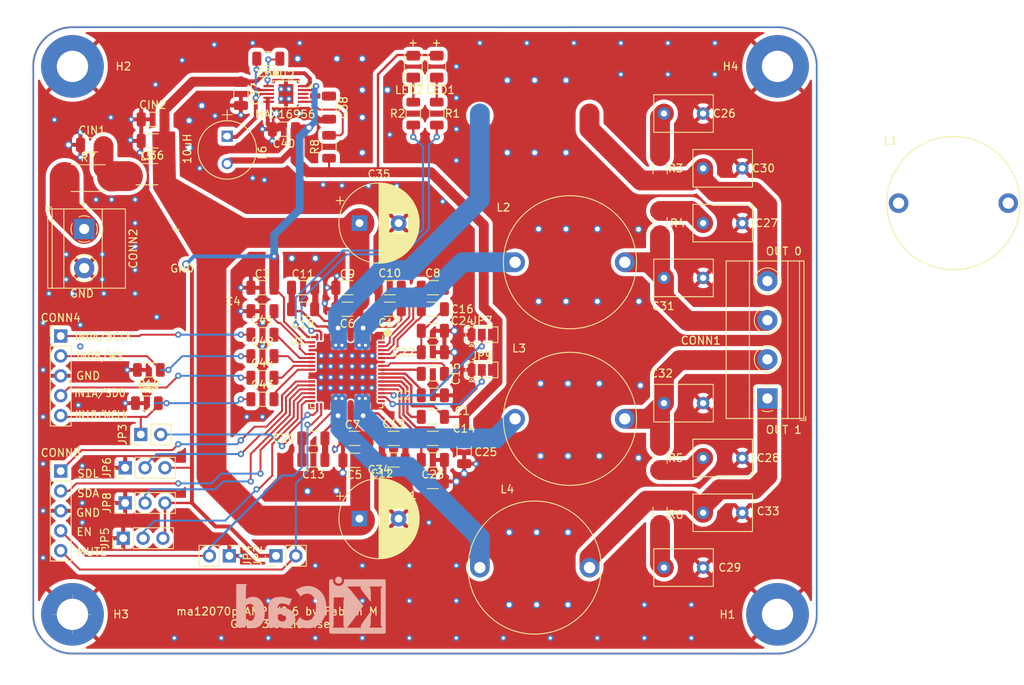
<source format=kicad_pcb>
(kicad_pcb (version 20211014) (generator pcbnew)
  (layers (0 "F.Cu" signal) (31 "B.Cu" signal) (34 "B.Paste" user) (35 "F.Paste" user) (36 "B.SilkS" user "B.Silkscreen") (37 "F.SilkS" user "F.Silkscreen") (38 "B.Mask" user) (39 "F.Mask" user) (44 "Edge.Cuts" user))
  (net 0 "")
  (net 1 "GND")
  (net 2 "Net-(C26-Pad1)")
  (net 3 "Net-(C27-Pad1)")
  (net 4 "AD1")
  (net 5 "AD0")
  (net 6 "OUT0B")
  (net 7 "OUT0A")
  (net 8 "OUT1A")
  (net 9 "OUT1B")
  (net 10 "Net-(C30-Pad2)")
  (net 11 "Net-(C31-Pad1)")
  (net 12 "ENABLE")
  (net 13 "MUTE")
  (net 14 "SDL")
  (net 15 "SDA")
  (net 16 "/CF1AP")
  (net 17 "/CF1AN")
  (net 18 "PVDD")
  (net 19 "/CF1BP")
  (net 20 "IN0A")
  (net 21 "IN0B")
  (net 22 "IN1B")
  (net 23 "IN1A")
  (net 24 "/CF1BN")
  (net 25 "Net-(C32-Pad2)")
  (net 26 "Net-(C33-Pad1)")
  (net 27 "CLKMS")
  (net 28 "CLKIO")
  (net 29 "Net-(LED1-Pad1)")
  (net 30 "Net-(LED2-Pad1)")
  (net 31 "/CGD1N")
  (net 32 "/power/BIAS{slash}MODE")
  (net 33 "/power/BST")
  (net 34 "/power/LX")
  (net 35 "MSEL0")
  (net 36 "VDD")
  (net 37 "/power/RCSUP")
  (net 38 "/power/VSUP")
  (net 39 "/CGD1P")
  (net 40 "/CFDCP")
  (net 41 "/CFDCN")
  (net 42 "/CFD0P")
  (net 43 "/CGDON")
  (net 44 "/CFGDP")
  (net 45 "/CF0AP")
  (net 46 "/CF0AN")
  (net 47 "/CF0BP")
  (net 48 "/CF0BN")
  (net 49 "/VGDC")
  (net 50 "Net-(C29-Pad1)")
  (net 51 "Net-(C28-Pad1)")
  (net 52 "/CDC")
  (net 53 "/CFGDN")
  (net 54 "Net-(R1-Pad1)")
  (net 55 "Net-(R2-Pad1)")
  (net 56 "/power/NRST")
  (net 57 "/CREF")
  (net 58 "MSEL1")
  (footprint "Capacitor_TH_TDK:C_Rect_L7.3_W4.5_P5.0" (layer "F.Cu") (at 190.5 113)
    (fp_text reference "C29")
    (fp_text value "1uF")
  )
  (footprint "Capacitor_THT:CP_Radial_D10.0mm_P5.00mm" (layer "F.Cu") (at 151.632323 69)
    (fp_text reference "C35")
    (fp_text value "100uF")
  )
  (footprint "Capacitor_SMD:C_1206_3216Metric" (layer "F.Cu") (at 139.25 77.25 180)
    (fp_text reference "C3")
    (fp_text value "1uF")
  )
  (footprint "TerminalBlock_Phoenix:TerminalBlock_Phoenix_MKDS-1,5-2_1x02_P5.00mm_Horizontal" (layer "F.Cu") (at 116.5 69.75 -90)
    (fp_text reference "CONN2")
    (fp_text value "Screw_Terminal_01x02")
  )
  (footprint "Resistor_SMD:R_1206_3216Metric" (layer "F.Cu") (at 147.75 59.25 90)
    (fp_text reference "R8")
    (fp_text value "4.7k")
  )
  (footprint "Capacitor_SMD:C_1206_3216Metric" (layer "F.Cu") (at 161 96.5)
    (fp_text reference "C14")
    (fp_text value "1uF")
  )
  (footprint "Resistor_SMD:R_2512_6332Metric" (layer "F.Cu") (at 117 63.25)
    (fp_text reference "R7")
    (fp_text value "0.1R")
  )
  (footprint "Capacitor_SMD:C_1206_3216Metric" (layer "F.Cu") (at 139.25 88.75)
    (fp_text reference "C44")
    (fp_text value "1uF")
  )
  (footprint "Capacitor_SMD:C_1206_3216Metric" (layer "F.Cu") (at 140 48 180)
    (fp_text reference "C39")
    (fp_text value "0.1uF")
  )
  (footprint "Capacitor_SMD:C_1206_3216Metric" (layer "F.Cu") (at 161 82.75 180)
    (fp_text reference "C24")
    (fp_text value "0.1uF")
  )
  (footprint "Capacitor_SMD:C_1206_3216Metric" (layer "F.Cu") (at 155.5 77.25)
    (fp_text reference "C10")
    (fp_text value "10uF")
  )
  (footprint "Capacitor_SMD:C_1206_3216Metric" (layer "F.Cu") (at 144.4375 80 180)
    (fp_text reference "C18")
    (fp_text value "10uF")
  )
  (footprint "Capacitor_SMD:C_1206_3216Metric" (layer "F.Cu") (at 161 77.25)
    (fp_text reference "C8")
    (fp_text value "0.1uF")
  )
  (footprint "Connector_PinHeader_2.54mm:PinHeader_1x05_P2.54mm_Vertical" (layer "F.Cu") (at 113.5 100.675)
    (fp_text reference "CONN5")
    (fp_text value "Conn_01x05")
  )
  (footprint "Capacitor_SMD:C_1206_3216Metric" (layer "F.Cu") (at 150.1 80 180)
    (fp_text reference "C6")
    (fp_text value "0.1uF")
  )
  (footprint "Capacitor_SMD:C_1206_3216Metric" (layer "F.Cu") (at 156 99.25)
    (fp_text reference "C12")
    (fp_text value "10uF")
  )
  (footprint "TerminalBlock_Phoenix:TerminalBlock_Phoenix_MKDS-1,5-4_1x04_P5.00mm_Horizontal" (layer "F.Cu") (at 203.705 91.4 90)
    (fp_text reference "CONN1")
    (fp_text value "Screw_Terminal_01x04")
  )
  (footprint "Inductor_Murata_TH:L_Radial_TH_Murata_D16.9_P14.0" (layer "F.Cu") (at 227.45 66.45 180)
    (fp_text reference "L1")
    (fp_text value "6.8uH")
  )
  (footprint "Capacitor_TH_TDK:C_Rect_L7.3_W4.5_P5.0" (layer "F.Cu") (at 195.5 99)
    (fp_text reference "C28")
    (fp_text value "1uF")
  )
  (footprint "Capacitor_SMD:C_1206_3216Metric" (layer "F.Cu") (at 165 98.25 -90)
    (fp_text reference "C25")
    (fp_text value "1uF")
  )
  (footprint "Capacitor_SMD:C_1206_3216Metric" (layer "F.Cu") (at 125.25 55.75)
    (fp_text reference "CIN2")
    (fp_text value "0.022uF")
  )
  (footprint "Capacitor_SMD:C_1206_3216Metric" (layer "F.Cu") (at 161 88.25 180)
    (fp_text reference "C15")
    (fp_text value "1uF")
  )
  (footprint "Capacitor_SMD:C_1206_3216Metric" (layer "F.Cu") (at 145.75 99.25 180)
    (fp_text reference "C13")
    (fp_text value "10uF")
  )
  (footprint "Capacitor_SMD:C_1206_3216Metric" (layer "F.Cu") (at 147.75 54.25 -90)
    (fp_text reference "C38")
    (fp_text value "1uF")
  )
  (footprint "Capacitor_SMD:C_1206_3216Metric" (layer "F.Cu") (at 136.5 52.5 -90)
    (fp_text reference "C37")
    (fp_text value "0.1uF")
  )
  (footprint "Inductor_Murata_TH:L_Radial_TH_Murata_D16.9_P14.0" (layer "F.Cu") (at 178.5 74 180)
    (fp_text reference "L2")
    (fp_text value "6.8uH")
  )
  (footprint "MountingHole:MountingHole_4mm_Pad" (layer "F.Cu") (at 115 48.981262)
    (fp_text reference "H2")
    (fp_text value "MountingHole_Pad")
  )
  (footprint "Capacitor_TH_TDK:C_Rect_L7.3_W4.5_P5.0" (layer "F.Cu") (at 195.5 69)
    (fp_text reference "C27")
    (fp_text value "1uF")
  )
  (footprint "Connector_PinHeader_2.54mm:PinHeader_1x02_P2.54mm_Vertical" (layer "F.Cu") (at 123.725 96 90)
    (fp_text reference "JP3")
    (fp_text value "SolderJumper_2_Open")
  )
  (footprint "Capacitor_SMD:C_1206_3216Metric" (layer "F.Cu") (at 144.4375 77.25 180)
    (fp_text reference "C11")
    (fp_text value "10uF")
  )
  (footprint "max_16956:MAX16956AUBD&slash_V&plus_" (layer "F.Cu") (at 142.25 52.5)
    (fp_text reference "U2")
    (fp_text value "MAX16956")
  )
  (footprint "Resistor_SMD:R_1206_3216Metric" (layer "F.Cu") (at 190 106 90)
    (fp_text reference "R6")
    (fp_text value "3.6")
  )
  (footprint "MountingHole:MountingHole_4mm_Pad" (layer "F.Cu") (at 205 48.981262)
    (fp_text reference "H4")
    (fp_text value "MountingHole_Pad")
  )
  (footprint "Connector_PinHeader_2.54mm:PinHeader_1x02_P2.54mm_Vertical" (layer "F.Cu") (at 140.975 111.5 90)
    (fp_text reference "JP2")
    (fp_text value "SolderJumper_2_Open")
  )
  (footprint "Capacitor_SMD:C_1206_3216Metric" (layer "F.Cu") (at 161 93.75 180)
    (fp_text reference "C1")
    (fp_text value "1uF")
  )
  (footprint "Capacitor_SMD:C_1206_3216Metric" (layer "F.Cu") (at 145.75 96.5 180)
    (fp_text reference "C20")
    (fp_text value "10uF")
  )
  (footprint "Inductor_TH_Bourns:RLB0712-100KL" (layer "F.Cu") (at 134.75 57.8999 -90)
    (fp_text reference "L6")
    (fp_text value "10uH")
  )
  (footprint "Capacitor_SMD:C_1206_3216Metric" (layer "F.Cu") (at 161 102)
    (fp_text reference "C21")
    (fp_text value "1uF")
  )
  (footprint "Inductor_SMD:L_2010_5025Metric" (layer "F.Cu") (at 124.5 62.75)
    (fp_text reference "L5")
    (fp_text value "47")
  )
  (footprint "Capacitor_TH_TDK:C_Rect_L7.3_W4.5_P5.0" (layer "F.Cu") (at 190.55 55)
    (fp_text reference "C26")
    (fp_text value "1uF")
  )
  (footprint "Resistor_SMD:R_1206_3216Metric" (layer "F.Cu") (at 158.5 55.0125 90)
    (fp_text reference "R2")
    (fp_text value "2k")
  )
  (footprint "Capacitor_SMD:C_1206_3216Metric" (layer "F.Cu") (at 161 99.25 180)
    (fp_text reference "C23")
    (fp_text value "0.1uF")
  )
  (footprint "Capacitor_SMD:C_1206_3216Metric" (layer "F.Cu") (at 150.1 77.25 180)
    (fp_text reference "C9")
    (fp_text value "1uF")
  )
  (footprint "Capacitor_SMD:C_1206_3216Metric" (layer "F.Cu") (at 161 85.5)
    (fp_text reference "C22")
    (fp_text value "1uF")
  )
  (footprint "Capacitor_SMD:C_1206_3216Metric" (layer "F.Cu") (at 151 96.5 180)
    (fp_text reference "C7")
    (fp_text value "0.1uF")
  )
  (footprint "Connector_PinHeader_2.54mm:PinHeader_1x02_P2.54mm_Vertical" (layer "F.Cu") (at 135.025 111.5 -90)
    (fp_text reference "JP4")
    (fp_text value "SolderJumper_2_Open")
  )
  (footprint "Resistor_SMD:R_1206_3216Metric" (layer "F.Cu") (at 190 69 -90)
    (fp_text reference "R4")
    (fp_text value "3.6")
  )
  (footprint "Capacitor_SMD:C_1206_3216Metric" (layer "F.Cu") (at 117.5 59)
    (fp_text reference "CIN1")
    (fp_text value "0.022uF")
  )
  (footprint "Inductor_Murata_TH:L_Radial_TH_Murata_D16.9_P14.0" (layer "F.Cu") (at 174 113 180)
    (fp_text reference "L4")
    (fp_text value "6.8uH")
  )
  (footprint "Resistor_SMD:R_1206_3216Metric" (layer "F.Cu") (at 124.5 92)
    (fp_text reference "R9")
    (fp_text value "10K")
  )
  (footprint "Capacitor_TH_TDK:C_Rect_L7.3_W4.5_P5.0" (layer "F.Cu") (at 195.5 92 180)
    (fp_text reference "C32")
    (fp_text value "0.47uF")
  )
  (footprint "MountingHole:MountingHole_4mm_Pad" (layer "F.Cu") (at 115 118.975016)
    (fp_text reference "H3")
    (fp_text value "MountingHole_Pad")
  )
  (footprint "Connector_PinHeader_2.54mm:PinHeader_1x03_P2.54mm_Vertical" (layer "F.Cu") (at 121.725 100.25 90)
    (fp_text reference "JP6")
    (fp_text value "SolderJumper_3_Open")
  )
  (footprint "Resistor_SMD:R_1206_3216Metric" (layer "F.Cu") (at 190 99 -90)
    (fp_text reference "R5")
    (fp_text value "3.6")
  )
  (footprint "Inductor_Murata_TH:L_Radial_TH_Murata_D16.9_P14.0" (layer "F.Cu") (at 178.5 94 180)
    (fp_text reference "L3")
    (fp_text value "6.8uH")
  )
  (footprint "Capacitor_SMD:C_1206_3216Metric" (layer "F.Cu") (at 139.25 91.5)
    (fp_text reference "C43")
    (fp_text value "1uF")
  )
  (footprint "Capacitor_SMD:C_1206_3216Metric" (layer "F.Cu") (at 125.25 58.5 180)
    (fp_text reference "C36")
    (fp_text value "10uF")
  )
  (footprint "Capacitor_TH_TDK:C_Rect_L7.3_W4.5_P5.0" (layer "F.Cu") (at 200.5 62 180)
    (fp_text reference "C30")
    (fp_text value "0.47uF")
  )
  (footprint "Capacitor_TH_TDK:C_Rect_L7.3_W4.5_P5.0" (layer "F.Cu") (at 195.5 106)
    (fp_text reference "C33")
    (fp_text value "0.47uF")
  )
  (footprint "MountingHole:MountingHole_4mm_Pad" (layer "F.Cu") (at 205 118.975016)
    (fp_text reference "H1")
    (fp_text value "MountingHole_Pad")
  )
  (footprint "Capacitor_SMD:C_1206_3216Metric" (layer "F.Cu") (at 156 96.5)
    (fp_text reference "C19")
    (fp_text value "10uF")
  )
  (footprint "Capacitor_SMD:C_1206_3216Metric" (layer "F.Cu") (at 161 80 180)
    (fp_text reference "C16")
    (fp_text value "1uF")
  )
  (footprint "Resistor_SMD:R_1206_3216Metric" (layer "F.Cu") (at 124.75 87.75 180)
    (fp_text reference "R10")
    (fp_text value "10K")
  )
  (footprint "Capacitor_SMD:C_1206_3216Metric" (layer "F.Cu") (at 139.25 86)
    (fp_text reference "C42")
    (fp_text value "1uF")
  )
  (footprint "Capacitor_SMD:C_1206_3216Metric" (layer "F.Cu") (at 155.5 80)
    (fp_text reference "C17")
    (fp_text value "10uF")
  )
  (footprint "Capacitor_SMD:C_1206_3216Metric" (layer "F.Cu") (at 139.25 80.25 180)
    (fp_text reference "C4")
    (fp_text value "1uF")
  )
  (footprint "Capacitor_SMD:C_1206_3216Metric" (layer "F.Cu") (at 161 91)
    (fp_text reference "C2")
    (fp_text value "1uF")
  )
  (footprint "Capacitor_SMD:C_1206_3216Metric" (layer "F.Cu") (at 142 57 180)
    (fp_text reference "C40")
    (fp_text value "22uF")
  )
  (footprint "LED_SMD:LED_1206_3216Metric" (layer "F.Cu") (at 161.5 49.0125 90)
    (fp_text reference "LED1")
    (fp_text value "LED")
  )
  (footprint "LED_SMD:LED_1206_3216Metric" (layer "F.Cu") (at 158.5 49.0125 90)
    (fp_text reference "LED2")
    (fp_text value "LED")
  )
  (footprint "Resistor_SMD:R_1206_3216Metric" (layer "F.Cu") (at 161.5 55.0125 90)
    (fp_text reference "R1")
    (fp_text value "2k")
  )
  (footprint "Jumper:SolderJumper-3_P1.3mm_Open_Pad1.0x1.5mm" (layer "F.Cu") (at 167.25 87.75)
    (fp_text reference "JP9")
    (fp_text value "SolderJumper_3_Open")
  )
  (footprint "Capacitor_THT:CP_Radial_D10.0mm_P5.00mm" (layer "F.Cu") (at 151.632323 106.75)
    (fp_text reference "C34")
    (fp_text value "100uF")
  )
  (footprint "Capacitor_TH_TDK:C_Rect_L7.3_W4.5_P5.0" (layer "F.Cu") (at 190.5 76)
    (fp_text reference "C31")
    (fp_text value "0.47uF")
  )
  (footprint "Connector_PinHeader_2.54mm:PinHeader_1x03_P2.54mm_Vertical" (layer "F.Cu") (at 121.725 104.75 90)
    (fp_text reference "JP8")
    (fp_text value "Jumper:Jumper_3_Open")
  )
  (footprint "Capacitor_SMD:C_1206_3216Metric" (layer "F.Cu") (at 139.25 83.25)
    (fp_text reference "C41")
    (fp_text value "1uF")
  )
  (footprint "Connector_PinHeader_2.54mm:PinHeader_1x03_P2.54mm_Vertical" (layer "F.Cu") (at 121.475 109.25 90)
    (fp_text reference "JP5")
    (fp_text value "Jumper:Jumper_3_Open")
  )
  (footprint "Package_DFN_QFN:QFN-64-1EP_9x9mm_P0.5mm_EP5.45x5.45mm" (layer "F.Cu") (at 150 87.98 -90)
    (fp_text reference "U1")
    (fp_text value "MA12070P")
  )
  (footprint "Jumper:SolderJumper-3_P1.3mm_Open_Pad1.0x1.5mm" (layer "F.Cu") (at 167.25 83.25)
    (fp_text reference "JP7")
    (fp_text value "SolderJumper_3_Open")
  )
  (footprint "Capacitor_SMD:C_1206_3216Metric" (layer "F.Cu") (at 151 99.3 180)
    (fp_text reference "C5")
    (fp_text value "1uF")
  )
  (footprint "Connector_PinHeader_2.54mm:PinHeader_1x05_P2.54mm_Vertical" (layer "F.Cu") (at 113.5 83.425)
    (fp_text reference "CONN4")
    (fp_text value "Conn_01x05")
  )
  (footprint "Resistor_SMD:R_1206_3216Metric" (layer "F.Cu") (at 190 62 90)
    (fp_text reference "R3")
    (fp_text value "3.6")
  )
  (footprint "logo:logo" (layer "B.Cu") (at 145.356649 118.078427 180)
    (fp_text reference "REF**" hide)
    (fp_text value "logo")
  )
  (gr_line (start 110 49.231262) (end 110.000062 119) (layer "F.Cu") (width 0.2))
  (gr_arc (start 210 118.975016) (mid 208.535534 122.51055) (end 205 123.975016) (layer "F.Cu") (width 0.2))
  (gr_line (start 205 43.981262) (end 115 43.975016) (layer "F.Cu") (width 0.2))
  (gr_arc (start 110 49.231262) (mid 111.372738 45.530832) (end 115 43.975016) (layer "F.Cu") (width 0.2))
  (gr_line (start 115 123.975016) (end 205.25 123.981262) (layer "F.Cu") (width 0.2))
  (gr_line (start 210 118.975016) (end 209.994341 49.219088) (layer "F.Cu") (width 0.2))
  (gr_arc (start 205 43.981262) (mid 208.618641 45.530837) (end 209.994341 49.219088) (layer "F.Cu") (width 0.2))
  (gr_arc (start 115 123.975016) (mid 111.469672 122.523029) (end 110.000062 119) (layer "F.Cu") (width 0.2))
  (gr_arc (start 205 43.981262) (mid 208.627262 45.537078) (end 210 49.237508) (layer "B.Cu") (width 0.2))
  (gr_line (start 210 118.731262) (end 210 49.237508) (layer "B.Cu") (width 0.2))
  (gr_line (start 110.005659 49.225334) (end 110 118.981262) (layer "B.Cu") (width 0.2))
  (gr_arc (start 115 123.981262) (mid 111.464466 122.516796) (end 110 118.981262) (layer "B.Cu") (width 0.2))
  (gr_line (start 115.25 123.987508) (end 205.5 123.987508) (layer "B.Cu") (width 0.2))
  (gr_arc (start 110.005659 49.225334) (mid 111.381359 45.537083) (end 115 43.987508) (layer "B.Cu") (width 0.2))
  (gr_line (start 115 43.987508) (end 205 43.981262) (layer "B.Cu") (width 0.2))
  (gr_arc (start 210 118.731262) (mid 208.712311 122.340019) (end 205.25 123.981262) (layer "B.Cu") (width 0.2))
  (gr_circle (center 155.25 83) (end 155.75 83) (layer "F.SilkS") (width 0.12) (fill solid))
  (gr_circle (center 140.9 49.9) (end 141.2 49.9) (layer "F.SilkS") (width 0.12) (fill solid))
  (gr_arc (start 115 124.2) (mid 111.323045 122.676955) (end 109.8 119) (layer "Edge.Cuts") (width 0.05))
  (gr_arc (start 210.193753 118.993754) (mid 208.674748 122.670332) (end 205 124.193757) (layer "Edge.Cuts") (width 0.05))
  (gr_arc (start 109.8 49) (mid 111.323045 45.323045) (end 115 43.8) (layer "Edge.Cuts") (width 0.05))
  (gr_arc (start 205 43.806246) (mid 208.672539 45.327461) (end 210.193754 49) (layer "Edge.Cuts") (width 0.05))
  (gr_line (start 210.193754 49) (end 210.193753 118.993754) (layer "Edge.Cuts") (width 0.05))
  (gr_line (start 115 43.8) (end 205 43.806246) (layer "Edge.Cuts") (width 0.05))
  (gr_line (start 109.8 119) (end 109.8 49) (layer "Edge.Cuts") (width 0.05))
  (gr_line (start 205 124.193757) (end 115 124.2) (layer "Edge.Cuts") (width 0.05))
  (gr_text "IN1A/SD0\n\n" (at 118.5 91.5) (layer "F.SilkS") (effects (font (size 1 0.9))))
  (gr_text "+" (at 128.2 69.75) (layer "F.SilkS") (effects (font (size 1 1))))
  (gr_text "OUT 1\n" (at 205.8 95.4) (layer "F.SilkS") (effects (font (size 1 1))))
  (gr_text "GND\n" (at 117 88.5) (layer "F.SilkS") (effects (font (size 1 1))))
  (gr_text "+\n" (at 161.4 46 90) (layer "F.SilkS") (effects (font (size 1 1))))
  (gr_text "IN0B/WS\n" (at 118.5 86) (layer "F.SilkS") (effects (font (size 1 0.9))))
  (gr_text "IN1B/MCLK" (at 118.75 93.5) (layer "F.SilkS") (effects (font (size 1 0.8))))
  (gr_text "GND" (at 117 106) (layer "F.SilkS") (effects (font (size 1 1))))
  (gr_text "MUTE" (at 117.5 111) (layer "F.SilkS") (effects (font (size 1 1))))
  (gr_text "+" (at 116.4 66.5) (layer "F.SilkS") (effects (font (size 1 1))))
  (gr_text "ma12070p AMP V0.6 by Fabian M \nGPL-3.0 License" (at 141.5 119.4) (layer "F.SilkS") (effects (font (size 1 1))))
  (gr_text "EN\n\n" (at 116.5 109.25) (layer "F.SilkS") (effects (font (size 1 1))))
  (gr_text "SDL" (at 117 101) (layer "F.SilkS") (effects (font (size 1 1))))
  (gr_text "GND\n" (at 116.2 78) (layer "F.SilkS") (effects (font (size 1 1))))
  (gr_text "+\n" (at 158.4 46 90) (layer "F.SilkS") (effects (font (size 1 1))))
  (gr_text "SDA" (at 117 103.5) (layer "F.SilkS") (effects (font (size 1 1))))
  (gr_text "IN0A/BCLK\n" (at 119 83.5) (layer "F.SilkS") (effects (font (size 1 0.9))))
  (gr_text "GND\n" (at 129 74.8) (layer "F.SilkS") (effects (font (size 1 1))))
  (gr_text "OUT 0" (at 205.8 72.6) (layer "F.SilkS") (effects (font (size 1 1))))
  (target plus (at 115 119) (size 5) (width 0.05) (layer "Edge.Cuts"))
  (segment (start 149.525 96.875) (end 148.5 97.9) (width 0.25) (layer "F.Cu") (net 1))
  (segment (start 139.927497 53.500001) (end 139.927497 53.089211) (width 0.5) (layer "F.Cu") (net 1))
  (segment (start 147.7 55.8625) (end 146.4625 55.8625) (width 0.8) (layer "F.Cu") (net 1))
  (segment (start 141 57) (end 140.4375 57) (width 0.8) (layer "F.Cu") (net 1))
  (segment (start 139.927497 56.402497) (end 140.525 57) (width 0.5) (layer "F.Cu") (net 1))
  (segment (start 146.4625 55.8625) (end 145.6 55) (width 0.8) (layer "F.Cu") (net 1))
  (segment (start 143 55) (end 141 57) (width 0.8) (layer "F.Cu") (net 1))
  (segment (start 139.927497 53.500001) (end 139.927497 56.402497) (width 0.5) (layer "F.Cu") (net 1))
  (segment (start 136.775 77.25) (end 136.75 77.225) (width 0.25) (layer "F.Cu") (net 1))
  (segment (start 149.525 96.5) (end 149.525 96.875) (width 0.25) (layer "F.Cu") (net 1))
  (segment (start 145.6 55) (end 143 55) (width 0.8) (layer "F.Cu") (net 1))
  (via (at 120 66) (size 0.8) (drill 0.4) (layers "F.Cu" "B.Cu") (net 1))
  (via (at 147.925 90.05) (size 0.8) (drill 0.4) (layers "F.Cu" "B.Cu") (net 1))
  (via (at 152.025 90.05) (size 0.8) (drill 0.4) (layers "F.Cu" "B.Cu") (net 1))
  (via (at 129.9 59.4) (size 1) (drill 0.6) (layers "F.Cu" "B.Cu") (net 1))
  (via (at 143.75 48) (size 1) (drill 0.6) (layers "F.Cu" "B.Cu") (net 1))
  (via (at 146 117.25) (size 0.8) (drill 0.4) (layers "F.Cu" "B.Cu") (net 1))
  (via (at 164 112.75) (size 0.8) (drill 0.4) (layers "F.Cu" "B.Cu") (net 1))
  (via (at 140.5 58.5) (size 0.8) (drill 0.4) (layers "F.Cu" "B.Cu") (net 1))
  (via (at 148.75 75.75) (size 0.8) (drill 0.4) (layers "F.Cu" "B.Cu") (net 1))
  (via (at 138 63.25) (size 0.8) (drill 0.4) (layers "F.Cu" "B.Cu") (net 1))
  (via (at 118.8 73) (size 0.8) (drill 0.4) (layers "F.Cu" "B.Cu") (net 1))
  (via (at 131.5 54) (size 1) (drill 0.6) (layers "F.Cu" "B.Cu") (net 1))
  (via (at 116 57.4) (size 0.8) (drill 0.4) (layers "F.Cu" "B.Cu") (net 1))
  (via (at 182.25 98.75) (size 1) (drill 0.6) (layers "F.Cu" "B.Cu") (net 1))
  (via (at 152 55.5) (size 1) (drill 0.6) (layers "F.Cu" "B.Cu") (net 1))
  (via (at 111.25 105.75) (size 0.8) (drill 0.4) (layers "F.Cu" "B.Cu") (net 1))
  (via (at 118 66) (size 0.8) (drill 0.4) (layers "F.Cu" "B.Cu") (net 1))
  (via (at 155.5 57.7) (size 0.8) (drill 0.4) (layers "F.Cu" "B.Cu") (net 1))
  (via (at 150.7 87.3) (size 0.8) (drill 0.4) (layers "F.Cu" "B.Cu") (net 1))
  (via (at 139.25 81.75) (size 0.8) (drill 0.4) (layers "F.Cu" "B.Cu") (net 1))
  (via (at 152.05 87.3) (size 0.8) (drill 0.4) (layers "F.Cu" "B.Cu") (net 1))
  (via (at 197 50) (size 0.8) (drill 0.4) (layers "F.Cu" "B.Cu") (net 1))
  (via (at 139.5 63.5) (size 0.8) (drill 0.4) (layers "F.Cu" "B.Cu") (net 1))
  (via (at 148.5 97.9) (size 0.8) (drill 0.4) (layers "F.Cu" "B.Cu") (net 1))
  (via (at 123 69) (size 0.8) (drill 0.4) (layers "F.Cu" "B.Cu") (net 1))
  (via (at 134 122) (size 0.8) (drill 0.4) (layers "F.Cu" "B.Cu") (net 1))
  (via (at 156.4 64.25) (size 0.8) (drill 0.4) (layers "F.Cu" "B.Cu") (net 1))
  (via (at 185 50) (size 0.8) (drill 0.4) (layers "F.Cu" "B.Cu") (net 1))
  (via (at 111.25 93.75) (size 0.8) (drill 0.4) (layers "F.Cu" "B.Cu") (net 1))
  (via (at 174.5 79) (size 1) (drill 0.6) (layers "F.Cu" "B.Cu") (net 1))
  (via (at 152 112.75) (size 0.8) (drill 0.4) (layers "F.Cu" "B.Cu") (net 1))
  (via (at 114.5 59) (size 1) (drill 0.6) (layers "F.Cu" "B.Cu") (net 1))
  (via (at 164 49) (size 0.8) (drill 0.4) (layers "F.Cu" "B.Cu") (net 1))
  (via (at 146 112.75) (size 0.8) (drill 0.4) (layers "F.Cu" "B.Cu") (net 1))
  (via (at 150.675 88.7) (size 0.8) (drill 0.4) (layers "F.Cu" "B.Cu") (net 1))
  (via (at 197 46) (size 0.8) (drill 0.4) (layers "F.Cu" "B.Cu") (net 1))
  (via (at 182 122) (size 0.8) (drill 0.4) (layers "F.Cu" "B.Cu") (net 1))
  (via (at 141 55) (size 1) (drill 0.6) (layers "F.Cu" "B.Cu") (net 1))
  (via (at 119 78) (size 0.8) (drill 0.4) (layers "F.Cu" "B.Cu") (net 1))
  (via (at 129.9 55.9) (size 1) (drill 0.6) (layers "F.Cu" "B.Cu") (net 1))
  (via (at 143 73.5) (size 1) (drill 0.6) (layers "F.Cu" "B.Cu") (net 1))
  (via (at 136.5 80.25) (size 0.8) (drill 0.4) (layers "F.Cu" "B.Cu") (net 1))
  (via (at 148.7 103.2) (size 1) (drill 0.6) (layers "F.Cu" "B.Cu") (net 1))
  (via (at 170.5 60) (size 1) (drill 0.6) (layers "F.Cu" "B.Cu") (net 1))
  (via (at 141.628145 51.871855) (size 0.8) (drill 0.4) (layers "F.Cu" "B.Cu") (net 1))
  (via (at 123.6 60) (size 0.8) (drill 0.4) (layers "F.Cu" "B.Cu") (net 1))
  (via (at 152 122) (size 0.8) (drill 0.4) (layers "F.Cu" "B.Cu") (net 1))
  (via (at 147.2 79.25) (size 0.8) (drill 0.4) (layers "F.Cu" "B.Cu") (net 1))
  (via (at 146.7 90.05) (size 0.8) (drill 0.4) (layers "F.Cu" "B.Cu") (net 1))
  (via (at 123 66) (size 0.8) (drill 0.4) (layers "F.Cu" "B.Cu") (net 1))
  (via (at 152 117.25) (size 0.8) (drill 0.4) (layers "F.Cu" "B.Cu") (net 1))
  (via (at 112.7 55.8) (size 0.8) (drill 0.4) (layers "F.Cu" "B.Cu") (net 1))
  (via (at 188 117.75) (size 0.8) (drill 0.4) (layers "F.Cu" "B.Cu") (net 1))
  (via (at 128 122) (size 0.8) (drill 0.4) (layers "F.Cu" "B.Cu") (net 1))
  (via (at 116 82) (size 0.8) (drill 0.4) (layers "F.Cu" "B.Cu") (net 1))
  (via (at 139.25 84.75) (size 0.8) (drill 0.4) (layers "F.Cu" "B.Cu") (net 1))
  (via (at 119.9 55.5) (size 0.8) (drill 0.4) (layers "F.Cu" "B.Cu") (net 1))
  (via (at 152.025 88.7) (size 0.8) (drill 0.4) (layers "F.Cu" "B.Cu") (net 1))
  (via (at 158 112.75) (size 0.8) (drill 0.4) (layers "F.Cu" "B.Cu") (net 1))
  (via (at 116.25 104.75) (size 0.8) (drill 0.4) (layers "F.Cu" "B.Cu") (net 1))
  (via (at 187.3 79) (size 1) (drill 0.6) (layers "F.Cu" "B.Cu") (net 1))
  (via (at 150.7 85.95) (size 0.8) (drill 0.4) (layers "F.Cu" "B.Cu") (net 1))
  (via (at 191 50) (size 0.8) (drill 0.4) (layers "F.Cu" "B.Cu") (net 1))
  (via (at 133.2 55.3) (size 0.8) (drill 0.4) (layers "F.Cu" "B.Cu") (net 1))
  (via (at 137.25 93.75) (size 0.8) (drill 0.4) (layers "F.Cu" "B.Cu") (net 1))
  (via (at 139.25 93.75) (size 0.8) (drill 0.4) (layers "F.Cu" "B.Cu") (net 1))
  (via (at 162.25 66.25) (size 0.8) (drill 0.4) (layers "F.Cu" "B.Cu") (net 1))
  (via (at 174 50.75) (size 1) (drill 0.6) (layers "F.Cu" "B.Cu") (net 1))
  (via (at 178.25 108.5) (size 1) (drill 0.6) (layers "F.Cu" "B.Cu") (net 1))
  (via (at 173 46) (size 0.8) (drill 0.4) (layers "F.Cu" "B.Cu") (net 1))
  (via (at 178 79) (size 1) (drill 0.6) (layers "F.Cu" "B.Cu") (net 1))
  (via (at 185 46) (size 0.8) (drill 0.4) (layers "F.Cu" "B.Cu") (net 1))
  (via (at 116.25 100) (size 0.8) (drill 0.4) (layers "F.Cu" "B.Cu") (net 1))
  (via (at 144 46) (size 0.8) (drill 0.4) (layers "F.Cu" "B.Cu") (net 1))
  (via (at 152.05 85.95) (size 0.8) (drill 0.4) (layers "F.Cu" "B.Cu") (net 1))
  (via (at 111.25 111.75) (size 0.8) (drill 0.4) (layers "F.Cu" "B.Cu") (net 1))
  (via (at 147.95 87.3) (size 0.8) (drill 0.4) (layers "F.Cu" "B.Cu") (net 1))
  (via (at 147.5 77.25) (size 0.8) (drill 0.4) (layers "F.Cu" "B.Cu") (net 1))
  (via (at 136.5 55.2) (size 0.8) (drill 0.4) (layers "F.Cu" "B.Cu") (net 1))
  (via (at 111.25 81.75) (size 0.8) (drill 0.4) (layers "F.Cu" "B.Cu") (net 1))
  (via (at 164 102) (size 1) (drill 0.6) (layers "F.Cu" "B.Cu") (net 1))
  (via (at 131.25 62) (size 0.8) (drill 0.4) (layers "F.Cu" "B.Cu") (net 1))
  (via (at 118.8 76.2) (size 0.8) (drill 0.4) (layers "F.Cu" "B.Cu") (net 1))
  (via (at 155.2 52) (size 1) (drill 0.6) (layers "F.Cu" "B.Cu") (net 1))
  (via (at 149.3 87.3) (size 0.8) (drill 0.4) (layers "F.Cu" "B.Cu") (net 1))
  (via (at 187.5 89.75) (size 1) (drill 0.6) (layers "F.Cu" "B.Cu") (net 1))
  (via (at 140 122) (size 0.8) (drill 0.4) (layers "F.Cu" "B.Cu") (net 1))
  (via (at 178.25 98.75) (size 1) (drill 0.6) (layers "F.Cu" "B.Cu") (net 1))
  (via (at 179 46) (size 0.8) (drill 0.4) (layers "F.Cu" "B.Cu") (net 1))
  (via (at 140 117.25) (size 0.8) (drill 0.4) (layers "F.Cu" "B.Cu") (net 1))
  (via (at 174.25 108.5) (size 1) (drill 0.6) (layers "F.Cu" "B.Cu") (net 1))
  (via (at 153.225 87.3) (size 0.8) (drill 0.4) (layers "F.Cu" "B.Cu") (net 1))
  (via (at 174.5 69.75) (size 1) (drill 0.6) (layers "F.Cu" "B.Cu") (net 1))
  (via (at 123 75) (size 0.8) (drill 0.4) (layers "F.Cu" "B.Cu") (net 1))
  (via (at 142.628145 53.121855) (size 0.8) (drill 0.4) (layers "F.Cu" "B.Cu") (net 1))
  (via (at 148.75 48) (size 1) (drill 0.6) (layers "F.Cu" "B.Cu") (net 1))
  (via (at 129 48.2) (size 0.8) (drill 0.4) (layers "F.Cu" "B.Cu") (net 1))
  (via (at 178 69.75) (size 1) (drill 0.6) (layers "F.Cu" "B.Cu") (net 1))
  (via (at 133.1 46.2) (size 0.8) (drill 0.4) (layers "F.Cu" "B.Cu") (net 1))
  (via (at 160.5 107.25) (size 0.8) (drill 0.4) (layers "F.Cu" "B.Cu") (net 1))
  (via (at 136.5 111.5) (size 0.8) (drill 0.4) (layers "F.Cu" "B.Cu") (net 1))
  (via (at 163.75 85.5) (size 1) (drill 0.6) (layers "F.Cu" "B.Cu") (net 1))
  (via (at 178.25 89.5) (size 1) (drill 0.6) (layers "F.Cu" "B.Cu") (net 1))
  (via (at 123 78) (size 0.8) (drill 0.4) (layers "F.Cu" "B.Cu") (net 1))
  (via (at 111.25 87.75) (size 0.8) (drill 0.4) (layers "F.Cu" "B.Cu") (net 1))
  (via (at 146.75 85.95) (size 0.8) (drill 0.4) (layers "F.Cu" "B.Cu") (net 1))
  (via (at 149.5 100.9) (size 1) (drill 0.6) (layers "F.Cu" "B.Cu") (net 1))
  (via (at 163.75 82.75) (size 1) (drill 0.6) (layers "F.Cu" "B.Cu") (net 1))
  (via (at 152 60) (size 1) (drill 0.6) (layers "F.Cu" "B.Cu") (net 1))
  (via (at 165 101) (size 1) (drill 0.6) (layers "F.Cu" "B.Cu") (net 1))
  (via (at 191 46) (size 0.8) (drill 0.4) (layers "F.Cu" "B.Cu") (net 1))
  (via (at 164 122) (size 0.8) (drill 0.4) (layers "F.Cu" "B.Cu") (net 1))
  (via (at 174.25 117.75) (size 1) (drill 0.6) (layers "F.Cu" "B.Cu") (net 1))
  (via (at 170.75 117.75) (size 1) (drill 0.6) (layers "F.Cu" "B.Cu") (net 1))
  (via (at 142.628145 51.871855) (size 0.8) (drill 0.4) (layers "F.Cu" "B.Cu") (net 1))
  (via (at 194 117.75) (size 0.8) (drill 0.4) (layers "F.Cu" "B.Cu") (net 1))
  (via (at 149.4 64.2) (size 0.8) (drill 0.4) (layers "F.Cu" "B.Cu") (net 1))
  (via (at 146.725 88.7) (size 0.8) (drill 0.4) (layers "F.Cu" "B.Cu") (net 1))
  (via (at 145 103.25) (size 1) (drill 0.6) (layers "F.Cu" "B.Cu") (net 1))
  (via (at 158 122) (size 0.8) (drill 0.4) (layers "F.Cu" "B.Cu") (net 1))
  (via (at 121.75 92) (size 0.8) (drill 0.4) (layers "F.Cu" "B.Cu") (net 1))
  (via (at 146 122) (size 0.8) (drill 0.4) (layers "F.Cu" "B.Cu") (net 1))
  (via (at 178 50.75) (size 1) (drill 0.6) (layers "F.Cu" "B.Cu") (net 1))
  (via (at 182 69.75) (size 1) (drill 0.6) (layers "F.Cu" "B.Cu") (net 1))
  (via (at 122 87.75) (size 0.8) (drill 0.4) (layers "F.Cu" "B.Cu") (net 1))
  (via (at 174 60) (size 1) (drill 0.6) (layers "F.Cu" "B.Cu") (net 1))
  (via (at 178.25 117.75) (size 1) (drill 0.6) (layers "F.Cu" "B.Cu") (net 1))
  (via (at 164 57) (size 0.8) (drill 0.4) (layers "F.Cu" "B.Cu") (net 1))
  (via (at 182.25 89.5) (size 1) (drill 0.6) (layers "F.Cu" "B.Cu") (net 1))
  (via (at 136.5 77.25) (size 0.8) (drill 0.4) (layers "F.Cu" "B.Cu") (net 1))
  (via (at 164 53) (size 0.8) (drill 0.4) (layers "F.Cu" "B.Cu") (net 1))
  (via (at 150.675 90.05) (size 0.8) (drill 0.4) (layers "F.Cu" "B.Cu") (net 1))
  (via (at 149.325 85.925) (size 0.8) (drill 0.4) (layers "F.Cu" "B.Cu") (net 1))
  (via (at 138 46) (size 0.8) (drill 0.4) (layers "F.Cu" "B.Cu") (net 1))
  (via (at 125.75 81) (size 0.8) (drill 0.4) (layers "F.Cu" "B.Cu") (net 1))
  (via (at 153.2 90.05) (size 0.8) (drill 0.4) (layers "F.Cu" "B.Cu") (net 1))
  (via (at 166.5 99.75) (size 0.8) (drill 0.4) (layers "F.Cu" "B.Cu") (net 1))
  (via (at 153.25 85.95) (size 0.8) (drill 0.4) (layers "F.Cu" "B.Cu") (net 1))
  (via (at 146.725 87.3) (size 0.8) (drill 0.4) (layers "F.Cu" "B.Cu") (net 1))
  (via (at 158 117.25) (size 0.8) (drill 0.4) (layers "F.Cu" "B.Cu") (net 1))
  (via (at 149.3 88.675) (size 0.8) (drill 0.4) (layers "F.Cu" "B.Cu") (net 1))
  (via (at 182 79) (size 1) (drill 0.6) (layers "F.Cu" "B.Cu") (net 1))
  (via (at 149.275 90.05) (size 0.8) (drill 0.4) (layers "F.Cu" "B.Cu") (net 1))
  (via (at 170 122) (size 0.8) (drill 0.4) (layers "F.Cu" "B.Cu") (net 1))
  (via (at 139.25 57) (size 0.8) (drill 0.4) (layers "F.Cu" "B.Cu") (net 1))
  (via (at 115 78) (size 0.8) (drill 0.4) (layers "F.Cu" "B.Cu") (net 1))
  (via (at 178 60) (size 1) (drill 0.6) (layers "F.Cu" "B.Cu") (net 1))
  (via (at 116 60.6) (size 0.8) (drill 0.4) (layers "F.Cu" "B.Cu") (net 1))
  (via (at 141.628145 53.121855) (size 0.8) (drill 0.4) (layers "F.Cu" "B.Cu") (net 1))
  (via (at 122.4 58.4) (size 0.8) (drill 0.4) (layers "F.Cu" "B.Cu") (net 1))
  (via (at 174.75 98.75) (size 1) (drill 0.6) (layers "F.Cu" "B.Cu") (net 1))
  (via (at 116 84.75) (size 0.8) (drill 0.4) (layers "F.Cu" "B.Cu") (net 1))
  (via (at 147 64.1) (size 0.8) (drill 0.4) (layers "F.Cu" "B.Cu") (net 1))
  (via (at 146 73.5) (size 1) (drill 0.6) (layers "F.Cu" "B.Cu") (net 1))
  (via (at 176 122) (size 0.8) (drill 0.4) (layers "F.Cu" "B.Cu") (net 1))
  (via (at 164 61) (size 0.8) (drill 0.4) (layers "F.Cu" "B.Cu") (net 1))
  (via (at 152 52) (size 1) (drill 0.6) (layers "F.Cu" "B.Cu") (net 1))
  (via (at 167 46) (size 0.8) (drill 0.4) (layers "F.Cu" "B.Cu") (net 1))
  (via (at 112 78) (size 0.8) (drill 0.4) (layers "F.Cu" "B.Cu") (net 1))
  (via (at 152 48) (size 1) (drill 0.6) (layers "F.Cu" "B.Cu") (net 1))
  (via (at 144 55) (size 0.8) (drill 0.4) (layers "F.Cu" "B.Cu") (net 1))
  (via (at 187.25 69.8) (size 1) (drill 0.6) (layers "F.Cu" "B.Cu") (net 1))
  (via (at 111.25 99.75) (size 0.8) (drill 0.4) (layers "F.Cu" "B.Cu") (net 1))
  (via (at 123 72) (size 0.8) (drill 0.4) (layers "F.Cu" "B.Cu") (net 1))
  (via (at 147.95 88.7) (size 0.8) (drill 0.4) (layers "F.Cu" "B.Cu") (net 1))
  (via (at 170.5 50.75) (size 1) (drill 0.6) (layers "F.Cu" "B.Cu") (net 1))
  (via (at 115.75 92.25) (size 0.8) (drill 0.4) (layers "F.Cu" "B.Cu") (net 1))
  (via (at 194 122) (size 0.8) (drill 0.4) (layers "F.Cu" "B.Cu") (net 1))
  (via (at 187.25 99) (size 1) (drill 0.6) (layers "F.Cu" "B.Cu") (net 1))
  (via (at 114.2 76.2) (size 0.8) (drill 0.4) (layers "F.Cu" "B.Cu") (net 1))
  (via (at 153.225 88.7) (size 0.8) (drill 0.4) (layers "F.Cu" "B.Cu") (net 1))
  (via (at 164 117.25) (size 0.8) (drill 0.4) (layers "F.Cu" "B.Cu") (net 1))
  (via (at 170.75 108.5) (size 1) (drill 0.6) (layers "F.Cu" "B.Cu") (net 1))
  (via (at 116.25 107.25) (size 0.8) (drill 0.4) (layers "F.Cu" "B.Cu") (net 1))
  (via (at 152.8 64.25) (size 0.8) (drill 0.4) (layers "F.Cu" "B.Cu") (net 1))
  (via (at 122.5 55.75) (size 0.8) (drill 0.4) (layers "F.Cu" "B.Cu") (net 1))
  (via (at 125.6 51.3) (size 0.8) (drill 0.4) (layers "F.Cu" "B.Cu") (net 1))
  (via (at 147.975 85.95) (size 0.8) (drill 0.4) (layers "F.Cu" "B.Cu") (net 1))
  (via (at 114.2 73) (size 0.8) (drill 0.4) (layers "F.Cu" "B.Cu") (net 1))
  (via (at 188 122) (size 0.8) (drill 0.4) (layers "F.Cu" "B.Cu") (net 1))
  (via (at 174.75 89.5) (size 1) (drill 0.6) (layers "F.Cu" "B.Cu") (net 1))
  (segment (start 190 55.5) (end 190.5 55) (width 2.54) (layer "F.Cu") (net 2))
  (segment (start 190 60.45) (end 190 55.5) (width 2.54) (layer "F.Cu") (net 2))
  (segment (start 193.95 67.45) (end 195.5 69) (width 2.54) (layer "F.Cu") (net 3))
  (segment (start 190 67.45) (end 193.95 67.45) (width 2.54) (layer "F.Cu") (net 3))
  (segment (start 137.75 98.5) (end 142.75 93.5) (width 0.25) (layer "F.Cu") (net 4))
  (segment (start 142.75 91.5) (end 144.02 90.23) (width 0.25) (layer "F.Cu") (net 4))
  (segment (start 137.75 102) (end 137.75 98.5) (width 0.25) (layer "F.Cu") (net 4))
  (segment (start 144.02 90.23) (end 145.5625 90.23) (width 0.25) (layer "F.Cu") (net 4))
  (segment (start 142.75 93.5) (end 142.75 91.5) (width 0.25) (layer "F.Cu") (net 4))
  (via (at 137.75 102) (size 0.8) (drill 0.4) (layers "F.Cu" "B.Cu") (net 4))
  (segment (start 133.25 103) (end 125 103) (width 0.25) (layer "B.Cu") (net 4))
  (segment (start 137.75 102) (end 134.25 102) (width 0.25) (layer "B.Cu") (net 4))
  (segment (start 124.265 103.735) (end 124.265 104.75) (width 0.25) (layer "B.Cu") (net 4))
  (segment (start 134.25 102) (end 133.25 103) (width 0.25) (layer "B.Cu") (net 4))
  (segment (start 125 103) (end 124.265 103.735) (width 0.25) (layer "B.Cu") (net 4))
  (segment (start 142.25 91.25) (end 143.77 89.73) (width 0.25) (layer "F.Cu") (net 5))
  (segment (start 142.25 93.25) (end 142.25 91.25) (width 0.25) (layer "F.Cu") (net 5))
  (segment (start 139.5 96) (end 142.25 93.25) (width 0.25) (layer "F.Cu") (net 5))
  (segment (start 136.5 98.5) (end 139 96) (width 0.25) (layer "F.Cu") (net 5))
  (segment (start 143.77 89.73) (end 145.5625 89.73) (width 0.25) (layer "F.Cu") (net 5))
  (segment (start 139 96) (end 139.5 96) (width 0.25) (layer "F.Cu") (net 5))
  (via (at 136.5 98.5) (size 0.8) (drill 0.4) (layers "F.Cu" "B.Cu") (net 5))
  (segment (start 124.265 99.985) (end 124.265 100.25) (width 0.25) (layer "B.Cu") (net 5))
  (segment (start 125.75 98.5) (end 124.265 99.985) (width 0.25) (layer "B.Cu") (net 5))
  (segment (start 136.5 98.5) (end 125.75 98.5) (width 0.25) (layer "B.Cu") (net 5))
  (via (at 148.9 82.4) (size 1) (drill 0.6) (layers "F.Cu" "B.Cu") (net 6))
  (via (at 149.4 84.6) (size 0.8) (drill 0.4) (layers "F.Cu" "B.Cu") (net 6))
  (via (at 148.6 84.6) (size 0.8) (drill 0.4) (layers "F.Cu" "B.Cu") (net 6))
  (segment (start 154.5 75) (end 158 75) (width 2.54) (layer "B.Cu") (net 6))
  (segment (start 158 75) (end 167 66) (width 2.54) (layer "B.Cu") (net 6))
  (segment (start 148.9 80.6) (end 154.5 75) (width 2.54) (layer "B.Cu") (net 6))
  (segment (start 148.9 84.3) (end 148.6 84.6) (width 1.27) (layer "B.Cu") (net 6))
  (segment (start 167 66) (end 167 55) (width 2.54) (layer "B.Cu") (net 6))
  (segment (start 148.9 82.4) (end 148.9 84.3) (width 1.27) (layer "B.Cu") (net 6))
  (segment (start 148.9 82.4) (end 148.9 80.6) (width 2.54) (layer "B.Cu") (net 6))
  (segment (start 148.9 84.1) (end 149.4 84.6) (width 1.27) (layer "B.Cu") (net 6))
  (via (at 152.1 82.4) (size 1) (drill 0.6) (layers "F.Cu" "B.Cu") (net 7))
  (via (at 152.4 84.6) (size 0.8) (drill 0.4) (layers "F.Cu" "B.Cu") (net 7))
  (via (at 151.6 84.6) (size 0.8) (drill 0.4) (layers "F.Cu" "B.Cu") (net 7))
  (segment (start 152.1 84.3) (end 152.4 84.6) (width 1.27) (layer "B.Cu") (net 7))
  (segment (start 156 78.5) (end 160.25 78.5) (width 2.54) (layer "B.Cu") (net 7))
  (segment (start 152.1 82.4) (end 152.1 84.3) (width 1.27) (layer "B.Cu") (net 7))
  (segment (start 160.25 78.5) (end 164.75 74) (width 2.54) (layer "B.Cu") (net 7))
  (segment (start 164.75 74) (end 171.5 74) (width 2.54) (layer "B.Cu") (net 7))
  (segment (start 152.1 84.1) (end 151.6 84.6) (width 1.27) (layer "B.Cu") (net 7))
  (segment (start 152.1 82.4) (end 156 78.5) (width 2.54) (layer "B.Cu") (net 7))
  (via (at 152.4 91.4) (size 0.8) (drill 0.4) (layers "F.Cu" "B.Cu") (net 8))
  (via (at 152.1 93.6) (size 1) (drill 0.6) (layers "F.Cu" "B.Cu") (net 8))
  (via (at 151.6 91.4) (size 0.8) (drill 0.4) (layers "F.Cu" "B.Cu") (net 8))
  (segment (start 155 96.5) (end 169 96.5) (width 2.54) (layer "B.Cu") (net 8))
  (segment (start 152.1 91.9) (end 151.6 91.4) (width 1.27) (layer "B.Cu") (net 8))
  (segment (start 152.1 93.6) (end 155 96.5) (width 2.54) (layer "B.Cu") (net 8))
  (segment (start 152.1 93.6) (end 152.1 91.7) (width 1.27) (layer "B.Cu") (net 8))
  (segment (start 152.1 91.7) (end 152.4 91.4) (width 1.27) (layer "B.Cu") (net 8))
  (segment (start 169 96.5) (end 171.5 94) (width 2.54) (layer "B.Cu") (net 8))
  (via (at 149.4 91.4) (size 0.8) (drill 0.4) (layers "F.Cu" "B.Cu") (net 9))
  (via (at 148.9 93.6) (size 1) (drill 0.6) (layers "F.Cu" "B.Cu") (net 9))
  (via (at 148.6 91.4) (size 0.8) (drill 0.4) (layers "F.Cu" "B.Cu") (net 9))
  (segment (start 148.9 91.9) (end 149.4 91.4) (width 1.27) (layer "B.Cu") (net 9))
  (segment (start 157.9 100.1) (end 167 109.2) (width 2.54) (layer "B.Cu") (net 9))
  (segment (start 167 109.2) (end 167 113) (width 2.54) (layer "B.Cu") (net 9))
  (segment (start 148.9 93.6) (end 148.9 94.9) (width 1.27) (layer "B.Cu") (net 9))
  (segment (start 149.25 95.25) (end 154.1 100.1) (width 2.54) (layer "B.Cu") (net 9))
  (segment (start 148.9 93.6) (end 148.9 91.7) (width 1.27) (layer "B.Cu") (net 9))
  (segment (start 148.9 94.9) (end 149.25 95.25) (width 1.27) (layer "B.Cu") (net 9))
  (segment (start 154.1 100.1) (end 157.9 100.1) (width 2.54) (layer "B.Cu") (net 9))
  (segment (start 148.9 91.7) (end 148.6 91.4) (width 1.27) (layer "B.Cu") (net 9))
  (segment (start 181 55) (end 181 57) (width 2.54) (layer "F.Cu") (net 10))
  (segment (start 195.5 63.5) (end 197 65) (width 2.54) (layer "F.Cu") (net 10))
  (segment (start 195.5 62) (end 195.5 63.5) (width 2.54) (layer "F.Cu") (net 10))
  (segment (start 203.695 66.695) (end 203.695 76.39) (width 2.54) (layer "F.Cu") (net 10))
  (segment (start 187.55 63.55) (end 190 63.55) (width 2.54) (layer "F.Cu") (net 10))
  (segment (start 193.95 63.55) (end 195.5 62) (width 2.54) (layer "F.Cu") (net 10))
  (segment (start 202 65) (end 203.695 66.695) (width 2.54) (layer "F.Cu") (net 10))
  (segment (start 181 57) (end 187.55 63.55) (width 2.54) (layer "F.Cu") (net 10))
  (segment (start 197 65) (end 202 65) (width 2.54) (layer "F.Cu") (net 10))
  (segment (start 190 63.55) (end 193.95 63.55) (width 2.54) (layer "F.Cu") (net 10))
  (segment (start 190 70.55) (end 190 75.5) (width 2.54) (layer "F.Cu") (net 11))
  (segment (start 203.605 81.5) (end 203.705 81.4) (width 2.54) (layer "F.Cu") (net 11))
  (segment (start 193.5 81.5) (end 203.605 81.5) (width 2.54) (layer "F.Cu") (net 11))
  (segment (start 190.5 76) (end 190.5 78.5) (width 2.54) (layer "F.Cu") (net 11))
  (segment (start 188.5 74) (end 190.5 76) (width 2.54) (layer "F.Cu") (net 11))
  (segment (start 190.5 78.5) (end 193.5 81.5) (width 2.54) (layer "F.Cu") (net 11))
  (segment (start 185.5 74) (end 188.5 74) (width 2.54) (layer "F.Cu") (net 11))
  (segment (start 116.705 111.5) (end 132.46 111.5) (width 0.25) (layer "F.Cu") (net 12))
  (segment (start 145.75 93.5) (end 146.25 93) (width 0.25) (layer "F.Cu") (net 12))
  (segment (start 113.5 108.295) (end 116.705 111.5) (width 0.25) (layer "F.Cu") (net 12))
  (segment (start 146.25 93) (end 146.25 92.4175) (width 0.25) (layer "F.Cu") (net 12))
  (segment (start 145 93.5) (end 145.75 93.5) (width 0.25) (layer "F.Cu") (net 12))
  (via (at 145 93.5) (size 0.8) (drill 0.4) (layers "F.Cu" "B.Cu") (net 12))
  (segment (start 144.25 94.25) (end 144.25 100.25) (width 0.25) (layer "B.Cu") (net 12))
  (segment (start 145 93.5) (end 144.25 94.25) (width 0.25) (layer "B.Cu") (net 12))
  (segment (start 143.25 101.25) (end 141.73 101.25) (width 0.3) (layer "B.Cu") (net 12))
  (segment (start 141.73 101.25) (end 132.46 110.52) (width 0.3) (layer "B.Cu") (net 12))
  (segment (start 132.46 110.52) (end 132.46 111.5) (width 0.3) (layer "B.Cu") (net 12))
  (segment (start 144.25 100.25) (end 143.25 101.25) (width 0.25) (layer "B.Cu") (net 12))
  (segment (start 141.765 113.25) (end 143.515 111.5) (width 0.25) (layer "F.Cu") (net 13))
  (segment (start 145 94.75) (end 145.5 94.75) (width 0.25) (layer "F.Cu") (net 13))
  (segment (start 146.75 93.5) (end 146.75 92.4175) (width 0.25) (layer "F.Cu") (net 13))
  (segment (start 113.5 110.835) (end 115.915 113.25) (width 0.25) (layer "F.Cu") (net 13))
  (segment (start 115.915 113.25) (end 141.765 113.25) (width 0.25) (layer "F.Cu") (net 13))
  (segment (start 145.5 94.75) (end 146.75 93.5) (width 0.25) (layer "F.Cu") (net 13))
  (via (at 145 94.75) (size 0.8) (drill 0.4) (layers "F.Cu" "B.Cu") (net 13))
  (segment (start 143.515 102.235) (end 143.515 111.5) (width 0.25) (layer "B.Cu") (net 13))
  (segment (start 145 94.75) (end 145 100.75) (width 0.25) (layer "B.Cu") (net 13))
  (segment (start 145 100.75) (end 143.515 102.235) (width 0.25) (layer "B.Cu") (net 13))
  (segment (start 141.75 91) (end 143.52 89.23) (width 0.25) (layer "F.Cu") (net 14))
  (segment (start 143.52 89.23) (end 145.5625 89.23) (width 0.25) (layer "F.Cu") (net 14))
  (segment (start 139.75 95) (end 141.75 93) (width 0.25) (layer "F.Cu") (net 14))
  (segment (start 128.5 97.25) (end 127.75 98) (width 0.25) (layer "F.Cu") (net 14))
  (segment (start 127.75 98) (end 116.175 98) (width 0.25) (layer "F.Cu") (net 14))
  (segment (start 138.25 95) (end 139.75 95) (width 0.25) (layer "F.Cu") (net 14))
  (segment (start 136.5 96.75) (end 138.25 95) (width 0.25) (layer "F.Cu") (net 14))
  (segment (start 116.175 98) (end 113.5 100.675) (width 0.25) (layer "F.Cu") (net 14))
  (segment (start 141.75 93) (end 141.75 91) (width 0.25) (layer "F.Cu") (net 14))
  (via (at 128.5 97.25) (size 0.8) (drill 0.4) (layers "F.Cu" "B.Cu") (net 14))
  (via (at 136.5 96.75) (size 0.8) (drill 0.4) (layers "F.Cu" "B.Cu") (net 14))
  (segment (start 136 97.25) (end 128.5 97.25) (width 0.25) (layer "B.Cu") (net 14))
  (segment (start 136.5 96.75) (end 136 97.25) (width 0.25) (layer "B.Cu") (net 14))
  (segment (start 139 101) (end 139 98) (width 0.25) (layer "F.Cu") (net 15))
  (segment (start 115.5 102.25) (end 114.535 103.215) (width 0.25) (layer "F.Cu") (net 15))
  (segment (start 128.5 102.25) (end 115.5 102.25) (width 0.25) (layer "F.Cu") (net 15))
  (segment (start 139 98) (end 143.25 93.75) (width 0.25) (layer "F.Cu") (net 15))
  (segment (start 143.25 93.75) (end 143.25 91.75) (width 0.25) (layer "F.Cu") (net 15))
  (segment (start 114.535 103.215) (end 113.5 103.215) (width 0.25) (layer "F.Cu") (net 15))
  (segment (start 143.25 91.75) (end 144.27 90.73) (width 0.25) (layer "F.Cu") (net 15))
  (segment (start 144.27 90.73) (end 145.5625 90.73) (width 0.25) (layer "F.Cu") (net 15))
  (via (at 139 101) (size 0.8) (drill 0.4) (layers "F.Cu" "B.Cu") (net 15))
  (via (at 128.5 102.25) (size 0.8) (drill 0.4) (layers "F.Cu" "B.Cu") (net 15))
  (segment (start 134 101) (end 132.75 102.25) (width 0.25) (layer "B.Cu") (net 15))
  (segment (start 139 101) (end 134 101) (width 0.25) (layer "B.Cu") (net 15))
  (segment (start 132.75 102.25) (end 128.5 102.25) (width 0.25) (layer "B.Cu") (net 15))
  (segment (start 153 94.5) (end 151.7 94.5) (width 0.3) (layer "F.Cu") (net 16))
  (segment (start 151.25 94.05) (end 151.25 92.4175) (width 0.3) (layer "F.Cu") (net 16))
  (segment (start 151.7 94.5) (end 151.25 94.05) (width 0.3) (layer "F.Cu") (net 16))
  (segment (start 154.6375 96.1375) (end 153 94.5) (width 0.3) (layer "F.Cu") (net 16))
  (segment (start 154.5 96.5) (end 154.5 99.5) (width 0.8) (layer "F.Cu") (net 16))
  (segment (start 152.75 92.4175) (end 152.75 93.05) (width 0.3) (layer "F.Cu") (net 17))
  (segment (start 154 93.3) (end 157.5 96.8) (width 0.3) (layer "F.Cu") (net 17))
  (segment (start 153 93.3) (end 154 93.3) (width 0.3) (layer "F.Cu") (net 17))
  (segment (start 152.75 93.05) (end 153 93.3) (width 0.3) (layer "F.Cu") (net 17))
  (segment (start 157.5 96.25) (end 157.5 99.25) (width 0.8) (layer "F.Cu") (net 17))
  (segment (start 138.523609 50.875) (end 139.54812 49.850489) (width 0.5) (layer "F.Cu") (net 18))
  (segment (start 151.6 80.3) (end 151.5825 80.2825) (width 1) (layer "F.Cu") (net 18))
  (segment (start 132.75 101.25) (end 132.75 74) (width 3.81) (layer "F.Cu") (net 18))
  (segment (start 150.25 92.4175) (end 150.25 93) (width 0.3) (layer "F.Cu") (net 18))
  (segment (start 150.5 94.525) (end 152.475 96.5) (width 0.8) (layer "F.Cu") (net 18))
  (segment (start 150.75 93) (end 150.75 92.4175) (width 0.3) (layer "F.Cu") (net 18))
  (segment (start 132.75 74) (end 136.5 70.25) (width 3.81) (layer "F.Cu") (net 18))
  (segment (start 138.462025 51.925481) (end 138.776345 51.925481) (width 0.5) (layer "F.Cu") (net 18))
  (segment (start 151.732323 106.967677) (end 151.732323 97.467677) (width 2.54) (layer "F.Cu") (net 18))
  (segment (start 151.5825 79) (end 151.5825 76) (width 1.27) (layer "F.Cu") (net 18))
  (segment (start 136.5 50.875) (end 138.523609 50.875) (width 0.5) (layer "F.Cu") (net 18))
  (segment (start 150.5 82.5) (end 150.5 83.75) (width 0.8) (layer "F.Cu") (net 18))
  (segment (start 145.3 50.54371) (end 145.3 51) (width 0.5) (layer "F.Cu") (net 18))
  (segment (start 133.25 50.9375) (end 136.4375 50.9375) (width 1.27) (layer "F.Cu") (net 18))
  (segment (start 150.5 82.5) (end 150.75 82.75) (width 0.3) (layer "F.Cu") (net 18))
  (segment (start 139.54812 49.850489) (end 144.606779 49.850489) (width 0.5) (layer "F.Cu") (net 18))
  (segment (start 136.5 70.25) (end 150.382323 70.25) (width 3.81) (layer "F.Cu") (net 18))
  (segment (start 151.5825 80.2825) (end 151.5825 79) (width 1) (layer "F.Cu") (net 18))
  (segment (start 145.3 51.098609) (end 145.049304 51.349305) (width 0.5) (layer "F.Cu") (net 18))
  (segment (start 150.5 93.25) (end 150.75 93) (width 0.3) (layer "F.Cu") (net 18))
  (segment (start 130.3625 50.9375) (end 126.75 54.55) (width 1.27) (layer "F.Cu") (net 18))
  (segment (start 150.5 93.25) (end 150.5 94.525) (width 0.8) (layer "F.Cu") (net 18))
  (segment (start 151.6 80.3) (end 150.5 81.4) (width 0.8) (layer "F.Cu") (net 18))
  (segment (start 144.606779 49.850489) (end 145.3 50.54371) (width 0.5) (layer "F.Cu") (net 18))
  (segment (start 150.25 83.5425) (end 150.25 82.75) (width 0.3) (layer "F.Cu") (net 18))
  (segment (start 151.7 107) (end 138.5 107) (width 3.81) (layer "F.Cu") (net 18))
  (segment (start 150.5 81.4) (end 150.5 82.5) (width 0.8) (layer "F.Cu") (net 18))
  (segment (start 137.375 50.875) (end 138.443753 51.943753) (width 0.5) (layer "F.Cu") (net 18))
  (segment (start 133.25 50.9375) (end 130.3625 50.9375) (width 1.27) (layer "F.Cu") (net 18))
  (segment (start 151.632323 69) (end 151.632323 78.950177) (width 2.54) (layer "F.Cu") (net 18))
  (segment (start 126.75 54.55) (end 126.75 58.5) (width 1.27) (layer "F.Cu") (net 18))
  (segment (start 145.3 51) (end 145.3 51.098609) (width 0.5) (layer "F.Cu") (net 18))
  (segment (start 144.328793 51.499999) (end 145.000001 51.499999) (width 0.3) (layer "F.Cu") (net 18))
  (segment (start 150.5 93.25) (end 150.5 92) (width 0.8) (layer "F.Cu") (net 18))
  (segment (start 151.7 107) (end 151.732323 106.967677) (width 2.54) (layer "F.Cu") (net 18))
  (segment (start 150.75 82.75) (end 150.75 83.5425) (width 0.3) (layer "F.Cu") (net 18))
  (segment (start 139.927497 52.000001) (end 138.850865 52.000001) (width 0.3) (layer "F.Cu") (net 18))
  (segment (start 138.443753 51.943753) (end 138.462025 51.925481) (width 0.5) (layer "F.Cu") (net 18))
  (segment (start 151.632323 78.950177) (end 151.5825 79) (width 2.54) (layer "F.Cu") (net 18))
  (segment (start 126.75 63) (end 126.75 58.5) (width 2.54) (layer "F.Cu") (net 18))
  (segment (start 150.25 93) (end 150.5 93.25) (width 0.3) (layer "F.Cu") (net 18))
  (segment (start 136.4375 50.9375) (end 136.5 50.875) (width 1.27) (layer "F.Cu") (net 18))
  (segment (start 150.25 82.75) (end 150.5 82.5) (width 0.3) (layer "F.Cu") (net 18))
  (segment (start 151.732323 97.467677) (end 152.1625 97.0375) (width 2.54) (layer "F.Cu") (net 18))
  (segment (start 150.382323 70.25) (end 151.632323 69) (width 3.81) (layer "F.Cu") (net 18))
  (segment (start 138.5 107) (end 132.75 101.25) (width 3.81) (layer "F.Cu") (net 18))
  (segment (start 149.5 94.5) (end 148.3 94.5) (width 0.3) (layer "F.Cu") (net 19))
  (segment (start 147.25 96.5) (end 147.25 99.5) (width 0.8) (layer "F.Cu") (net 19))
  (segment (start 148.3 94.5) (end 147.225 95.575) (width 0.3) (layer "F.Cu") (net 19))
  (segment (start 149.75 94.25) (end 149.5 94.5) (width 0.3) (layer "F.Cu") (net 19))
  (segment (start 149.75 92.4175) (end 149.75 94.25) (width 0.3) (layer "F.Cu") (net 19))
  (segment (start 147.225 95.575) (end 147.225 96.3375) (width 0.3) (layer "F.Cu") (net 19))
  (segment (start 136.5 83.25) (end 137.775 83.25) (width 0.25) (layer "F.Cu") (net 20))
  (segment (start 128.5 83.25) (end 123.75 83.25) (width 0.25) (layer "F.Cu") (net 20))
  (segment (start 145.5625 86.23) (end 143.98 86.23) (width 0.25) (layer "F.Cu") (net 20))
  (segment (start 123.75 83.25) (end 123.575 83.425) (width 0.25) (layer "F.Cu") (net 20))
  (segment (start 143.98 86.23) (end 141 83.25) (width 0.25) (layer "F.Cu") (net 20))
  (segment (start 123.575 83.425) (end 113.5 83.425) (width 0.25) (layer "F.Cu") (net 20))
  (segment (start 141 83.25) (end 140.725 83.25) (width 0.25) (layer "F.Cu") (net 20))
  (via (at 136.5 83.25) (size 0.8) (drill 0.4) (layers "F.Cu" "B.Cu") (net 20))
  (via (at 128.5 83.25) (size 0.8) (drill 0.4) (layers "F.Cu" "B.Cu") (net 20))
  (segment (start 128.5 83.25) (end 136.5 83.25) (width 0.25) (layer "B.Cu") (net 20))
  (segment (start 143.23 86.73) (end 142.5 86) (width 0.25) (layer "F.Cu") (net 21))
  (segment (start 124.525 86) (end 113.535 86) (width 0.25) (layer "F.Cu") (net 21))
  (segment (start 126.275 87.75) (end 124.525 86) (width 0.25) (layer "F.Cu") (net 21))
  (segment (start 126.2125 87.75) (end 126.275 87.75) (width 0.25) (layer "F.Cu") (net 21))
  (segment (start 142.5 86) (end 140.725 86) (width 0.25) (layer "F.Cu") (net 21))
  (segment (start 136.5 86) (end 137.775 86) (width 0.25) (layer "F.Cu") (net 21))
  (segment (start 145.5625 86.73) (end 143.23 86.73) (width 0.25) (layer "F.Cu") (net 21))
  (segment (start 113.535 86) (end 113.5 85.965) (width 0.25) (layer "F.Cu") (net 21))
  (segment (start 126.275 87.75) (end 127.25 87.75) (width 0.25) (layer "F.Cu") (net 21))
  (via (at 136.5 86) (size 0.8) (drill 0.4) (layers "F.Cu" "B.Cu") (net 21))
  (via (at 127.25 87.75) (size 0.8) (drill 0.4) (layers "F.Cu" "B.Cu") (net 21))
  (segment (start 127.25 87.75) (end 129 86) (width 0.25) (layer "B.Cu") (net 21))
  (segment (start 127.25 87.75) (end 126.275 87.75) (width 0.25) (layer "B.Cu") (net 21))
  (segment (start 129 86) (end 136.5 86) (width 0.25) (layer "B.Cu") (net 21))
  (segment (start 125.9625 92) (end 127 92) (width 0.25) (layer "F.Cu") (net 22))
  (segment (start 123.725 93.75) (end 124.5 93.75) (width 0.25) (layer "F.Cu") (net 22))
  (segment (start 113.665 93.75) (end 122 93.75) (width 0.25) (layer "F.Cu") (net 22))
  (segment (start 122 93.75) (end 124.5 93.75) (width 0.25) (layer "F.Cu") (net 22))
  (segment (start 143.77 87.73) (end 140.725 90.775) (width 0.25) (layer "F.Cu") (net 22))
  (segment (start 145.5625 87.73) (end 143.77 87.73) (width 0.25) (layer "F.Cu") (net 22))
  (segment (start 113.5 93.585) (end 113.665 93.75) (width 0.25) (layer "F.Cu") (net 22))
  (segment (start 136.5 91.5) (end 137.775 91.5) (width 0.25) (layer "F.Cu") (net 22))
  (segment (start 124.5 93.75) (end 126.25 92) (width 0.25) (layer "F.Cu") (net 22))
  (segment (start 123.725 96) (end 123.725 93.75) (width 0.25) (layer "F.Cu") (net 22))
  (segment (start 140.725 90.775) (end 140.725 91.5) (width 0.25) (layer "F.Cu") (net 22))
  (via (at 136.5 91.5) (size 0.8) (drill 0.4) (layers "F.Cu" "B.Cu") (net 22))
  (via (at 127 92) (size 0.8) (drill 0.4) (layers "F.Cu" "B.Cu") (net 22))
  (segment (start 136 92) (end 136.5 91.5) (width 0.25) (layer "B.Cu") (net 22))
  (segment (start 127 92) (end 136 92) (width 0.25) (layer "B.Cu") (net 22))
  (segment (start 125.5 92) (end 127 92) (width 0.25) (layer "B.Cu") (net 22))
  (segment (start 127 90) (end 114.545 90) (width 0.25) (layer "F.Cu") (net 23))
  (segment (start 114.545 90) (end 113.5 91.045) (width 0.25) (layer "F.Cu") (net 23))
  (segment (start 145.5625 87.23) (end 143.25 87.23) (width 0.25) (layer "F.Cu") (net 23))
  (segment (start 128.5 88.5) (end 127 90) (width 0.25) (layer "F.Cu") (net 23))
  (segment (start 143.25 87.23) (end 141.73 88.75) (width 0.25) (layer "F.Cu") (net 23))
  (segment (start 141.73 88.75) (end 140.725 88.75) (width 0.25) (layer "F.Cu") (net 23))
  (segment (start 136.5 88.75) (end 137.775 88.75) (width 0.25) (layer "F.Cu") (net 23))
  (via (at 136.5 88.75) (size 0.8) (drill 0.4) (layers "F.Cu" "B.Cu") (net 23))
  (via (at 128.5 88.5) (size 0.8) (drill 0.4) (layers "F.Cu" "B.Cu") (net 23))
  (segment (start 136.5 88.75) (end 136.25 88.5) (width 0.25) (layer "B.Cu") (net 23))
  (segment (start 136.25 88.5) (end 128.5 88.5) (width 0.25) (layer "B.Cu") (net 23))
  (segment (start 144.25 96.5) (end 144.25 99.5) (width 0.8) (layer "F.Cu") (net 24))
  (segment (start 148.25 92.4175) (end 148.25 93) (width 0.25) (layer "F.Cu") (net 24))
  (segment (start 148.25 93) (end 144.25 97) (width 0.25) (layer "F.Cu") (net 24))
  (segment (start 190.5 88.5) (end 192.5 86.5) (width 2.54) (layer "F.Cu") (net 25))
  (segment (start 190 97.45) (end 190 92.5) (width 2.54) (layer "F.Cu") (net 25))
  (segment (start 203.605 86.5) (end 203.705 86.4) (width 2.54) (layer "F.Cu") (net 25))
  (segment (start 192.5 86.5) (end 203.605 86.5) (width 2.54) (layer "F.Cu") (net 25))
  (segment (start 190.5 92) (end 190.5 88.5) (width 2.54) (layer "F.Cu") (net 25))
  (segment (start 188.5 94) (end 190.5 92) (width 2.54) (layer "F.Cu") (net 25))
  (segment (start 185.5 94) (end 188.5 94) (width 2.54) (layer "F.Cu") (net 25))
  (segment (start 181 113) (end 181 111.732234) (width 2.54) (layer "F.Cu") (net 26))
  (segment (start 190 104.45) (end 193.95 104.45) (width 2.54) (layer "F.Cu") (net 26))
  (segment (start 195.5 105.1) (end 197.6 103) (width 2.54) (layer "F.Cu") (net 26))
  (segment (start 195.5 106) (end 195.5 105.1) (width 2.54) (layer "F.Cu") (net 26))
  (segment (start 181 111.732234) (end 188.282234 104.45) (width 2.54) (layer "F.Cu") (net 26))
  (segment (start 202 103) (end 203.695 101.305) (width 2.54) (layer "F.Cu") (net 26))
  (segment (start 193.95 104.45) (end 195.5 106) (width 2.54) (layer "F.Cu") (net 26))
  (segment (start 197.6 103) (end 202 103) (width 2.54) (layer "F.Cu") (net 26))
  (segment (start 203.695 101.305) (end 203.695 91.41) (width 2.54) (layer "F.Cu") (net 26))
  (segment (start 188.282234 104.45) (end 190 104.45) (width 2.54) (layer "F.Cu") (net 26))
  (segment (start 143.75 94) (end 143.75 92) (width 0.25) (layer "F.Cu") (net 27))
  (segment (start 143.75 92) (end 144.52 91.23) (width 0.25) (layer "F.Cu") (net 27))
  (segment (start 144.52 91.23) (end 145.5625 91.23) (width 0.25) (layer "F.Cu") (net 27))
  (segment (start 140.5 101.25) (end 140.5 97.25) (width 0.25) (layer "F.Cu") (net 27))
  (segment (start 140.5 97.25) (end 143.75 94) (width 0.25) (layer "F.Cu") (net 27))
  (segment (start 138.5 103) (end 138.75 103) (width 0.25) (layer "F.Cu") (net 27))
  (segment (start 138.75 103) (end 140.5 101.25) (width 0.25) (layer "F.Cu") (net 27))
  (via (at 138.5 103) (size 0.8) (drill 0.4) (layers "F.Cu" "B.Cu") (net 27))
  (segment (start 124.015 109.25) (end 124.015 108.485) (width 0.25) (layer "B.Cu") (net 27))
  (segment (start 134.5 107) (end 138.5 103) (width 0.25) (layer "B.Cu") (net 27))
  (segment (start 124.015 108.485) (end 125.5 107) (width 0.25) (layer "B.Cu") (net 27))
  (segment (start 125.5 107) (end 134.5 107) (width 0.25) (layer "B.Cu") (net 27))
  (segment (start 144.79125 91.73) (end 145.5625 91.73) (width 0.25) (layer "F.Cu") (net 28))
  (segment (start 144.25 92.27125) (end 144.79125 91.73) (width 0.25) (layer "F.Cu") (net 28))
  (segment (start 141.75 97.5) (end 142.75 96.5) (width 0.25) (layer "F.Cu") (net 28))
  (segment (start 144.25 94.25) (end 144.25 92.27125) (width 0.25) (layer "F.Cu") (net 28))
  (segment (start 142.75 95.75) (end 144.25 94.25) (width 0.25) (layer "F.Cu") (net 28))
  (segment (start 142.75 96.5) (end 142.75 95.75) (width 0.25) (layer "F.Cu") (net 28))
  (via (at 141.75 97.5) (size 0.8) (drill 0.4) (layers "F.Cu" "B.Cu") (net 28))
  (segment (start 141.75 97.5) (end 140.25 96) (width 0.25) (layer "B.Cu") (net 28))
  (segment (start 140.25 96) (end 126.265 96) (width 0.25) (layer "B.Cu") (net 28))
  (segment (start 161.5 53.4625) (end 161.5 50.5) (width 0.3) (layer "F.Cu") (net 29))
  (segment (start 158.5 53.4625) (end 158.5 50.5) (width 0.3) (layer "F.Cu") (net 30))
  (segment (start 156.48 90.23) (end 154.4375 90.23) (width 0.25) (layer "F.Cu") (net 31))
  (segment (start 156.75 90.5) (end 156.48 90.23) (width 0.25) (layer "F.Cu") (net 31))
  (segment (start 159.525 96.525) (end 159.525 102) (width 0.3) (layer "F.Cu") (net 31))
  (segment (start 156.75 93.75) (end 156.75 90.5) (width 0.25) (layer "F.Cu") (net 31))
  (segment (start 156.75 93.75) (end 159.525 96.525) (width 0.3) (layer "F.Cu") (net 31))
  (segment (start 139.9 51.472502) (end 139.927497 51.499999) (width 0.25) (layer "F.Cu") (net 33))
  (segment (start 139.9 50.7) (end 139.9 51.472502) (width 0.25) (layer "F.Cu") (net 33))
  (segment (start 140 48.1) (end 141.4625 48.1) (width 0.25) (layer "F.Cu") (net 33))
  (segment (start 141.4625 48.1) (end 141.5625 48) (width 0.25) (layer "F.Cu") (net 33))
  (via (at 139.9 50.7) (size 0.8) (drill 0.4) (layers "F.Cu" "B.Cu") (net 33))
  (via (at 140 48.1) (size 0.8) (drill 0.4) (layers "F.Cu" "B.Cu") (net 33))
  (segment (start 139.9 50.7) (end 140 50.6) (width 0.25) (layer "B.Cu") (net 33))
  (segment (start 140 50.6) (end 140 48.1) (width 0.25) (layer "B.Cu") (net 33))
  (segment (start 138.4 55.525) (end 138.4 53) (width 0.5) (layer "F.Cu") (net 34))
  (segment (start 138.975001 52.5) (end 138.964213 52.510788) (width 0.25) (layer "F.Cu") (net 34))
  (segment (start 138.5 49.4) (end 138.5 48.0625) (width 0.25) (layer "F.Cu") (net 34))
  (segment (start 134.92527 58) (end 135.925 58) (width 0.5) (layer "F.Cu") (net 34))
  (segment (start 139.927497 52.5) (end 138.975001 52.5) (width 0.25) (layer "F.Cu") (net 34))
  (segment (start 135.925 58) (end 138.4 55.525) (width 0.5) (layer "F.Cu") (net 34))
  (segment (start 138.85 52.625001) (end 138.964213 52.510788) (width 0.3) (layer "F.Cu") (net 34))
  (segment (start 138.4 53) (end 138.774999 52.625001) (width 0.5) (layer "F.Cu") (net 34))
  (segment (start 138.964213 52.510788) (end 139.25 52.510788) (width 0.3) (layer "F.Cu") (net 34))
  (via (at 138.4 53) (size 0.8) (drill 0.4) (layers "F.Cu" "B.Cu") (net 34))
  (via (at 138.5 49.4) (size 0.8) (drill 0.4) (layers "F.Cu" "B.Cu") (net 34))
  (segment (start 138.4 53) (end 138.4 49.5) (width 0.25) (layer "B.Cu") (net 34))
  (segment (start 138.4 49.5) (end 138.5 49.4) (width 0.25) (layer "B.Cu") (net 34))
  (segment (start 167.25 84.75) (end 167.25 83.25) (width 0.3) (layer "F.Cu") (net 35))
  (segment (start 155.73 90.73) (end 154.4375 90.73) (width 0.25) (layer "F.Cu") (net 35))
  (segment (start 156 91) (end 155.73 90.73) (width 0.25) (layer "F.Cu") (net 35))
  (via (at 156 91) (size 0.8) (drill 0.4) (layers "F.Cu" "B.Cu") (net 35))
  (via (at 167.25 84.75) (size 0.8) (drill 0.4) (layers "F.Cu" "B.Cu") (net 35))
  (segment (start 167.25 84.75) (end 167 84.75) (width 0.3) (layer "B.Cu") (net 35))
  (segment (start 160.75 91) (end 156 91) (width 0.3) (layer "B.Cu") (net 35))
  (segment (start 167 84.75) (end 160.75 91) (width 0.3) (layer "B.Cu") (net 35))
  (segment (start 157.23 88.73) (end 158.25 89.75) (width 0.3) (layer "F.Cu") (net 36))
  (segment (start 133.25 107.75) (end 135 107.75) (width 0.5) (layer "F.Cu") (net 36))
  (segment (start 158.25 92.25) (end 158.4 92.4) (width 0.3) (layer "F.Cu") (net 36))
  (segment (start 169.25 81.5) (end 169.25 83.25) (width 1.27) (layer "F.Cu") (net 36))
  (segment (start 160.75 62.5) (end 167.5 69.25) (width 1.27) (layer "F.Cu") (net 36))
  (segment (start 169.25 83.25) (end 169.25 87.75) (width 1.27) (layer "F.Cu") (net 36))
  (segment (start 158.4 92.4) (end 161.125 92.4) (width 0.3) (layer "F.Cu") (net 36))
  (segment (start 167.5 69.25) (end 167.5 79.75) (width 1.27) (layer "F.Cu") (net 36))
  (segment (start 143.475 59.22) (end 141.695 61) (width 0.8) (layer "F.Cu") (net 36))
  (segment (start 154 50) (end 154 62.25) (width 0.3) (layer "F.Cu") (net 36))
  (segment (start 145.2 56.8) (end 143.675 56.8) (width 0.8) (layer "F.Cu") (net 36))
  (segment (start 145.599999 52.000001) (end 144.328793 52.000001) (width 0.3) (layer "F.Cu") (net 36))
  (segment (start 135 107.75) (end 138.75 111.5) (width 0.5) (layer "F.Cu") (net 36))
  (segment (start 144.6675 84.23) (end 142 81.5625) (width 0.25) (layer "F.Cu") (net 36))
  (segment (start 168.55 83.25) (end 169.25 83.25) (width 0.3) (layer "F.Cu") (net 36))
  (segment (start 140.75 73.25) (end 140.75 77.25) (width 1.27) (layer "F.Cu") (net 36))
  (segment (start 147.75 62.25) (end 147.5 62.5) (width 0.25) (layer "F.Cu") (net 36))
  (segment (start 162.475 93.75) (end 164.75 93.75) (width 0.3) (layer "F.Cu") (net 36))
  (segment (start 129.5 74.25) (end 130.25 75) (width 0.5) (layer "F.Cu") (net 36))
  (segment (start 141.695 61) (end 135.1551 61) (width 0.8) (layer "F.Cu") (net 36))
  (segment (start 169.25 89.25) (end 165 93.5) (width 1.27) (layer "F.Cu") (net 36))
  (segment (start 138.75 111.5) (end 140.975 111.5) (width 0.5) (layer "F.Cu") (net 36))
  (segment (start 156.475 47.525) (end 154 50) (width 0.3) (layer "F.Cu") (net 36))
  (segment (start 130.25 104.75) (end 133.25 107.75) (width 0.5) (layer "F.Cu") (net 36))
  (segment (start 167.5 79.75) (end 169.25 81.5) (width 1.27) (layer "F.Cu") (net 36))
  (segment (start 147.5 62.5) (end 160.75 62.5) (width 1.27) (layer "F.Cu") (net 36))
  (segment (start 143.475 57) (end 143.475 59.22) (width 0.8) (layer "F.Cu") (net 36))
  (segment (start 142 78.525) (end 140.725 77.25) (width 0.25) (layer "F.Cu") (net 36))
  (segment (start 130.25 75) (end 130.25 100.5) (width 0.5) (layer "F.Cu") (net 36))
  (segment (start 126.805 104.75) (end 126.805 109) (width 0.3) (layer "F.Cu") (net 36))
  (segment (start 143.475 60.975) (end 145 62.5) (width 1.27) (layer "F.Cu") (net 36))
  (segment (start 143.475 57) (end 143.475 60.975) (width 1.27) (layer "F.Cu") (net 36))
  (segment (start 168.55 87.75) (end 169.25 87.75) (width 0.3) (layer "F.Cu") (net 36))
  (segment (start 130 100.25) (end 130.25 100.5) (width 0.25) (layer "F.Cu") (net 36))
  (segment (start 147.75 60.7125) (end 147.75 62.25) (width 0.25) (layer "F.Cu") (net 36))
  (segment (start 135.1551 61) (end 134.75 61.4051) (width 0.8) (layer "F.Cu") (net 36))
  (segment (start 169.25 87.75) (end 169.25 89.25) (width 1.27) (layer "F.Cu") (net 36))
  (segment (start 142 81.5625) (end 142 78.525) (width 0.25) (layer "F.Cu") (net 36))
  (segment (start 126.805 104.75) (end 130.25 104.75) (width 0.3) (layer "F.Cu") (net 36))
  (segment (start 161.5 47.525) (end 156.475 47.525) (width 0.3) (layer "F.Cu") (net 36))
  (segment (start 164.75 93.75) (end 165 93.5) (width 0.3) (layer "F.Cu") (net 36))
  (segment (start 126.805 100.25) (end 130 100.25) (width 0.25) (layer "F.Cu") (net 36))
  (segment (start 165 93.5) (end 165 96.775) (width 1.27) (layer "F.Cu") (net 36))
  (segment (start 145.5625 84.23) (end 144.6675 84.23) (width 0.25) (layer "F.Cu") (net 36))
  (segment (start 146.1 51.5) (end 145.599999 52.000001) (width 0.3) (layer "F.Cu") (net 36))
  (segment (start 126.805 109) (end 126.555 109.25) (width 0.3) (layer "F.Cu") (net 36))
  (segment (start 154.4375 88.73) (end 157.23 88.73) (width 0.3) (layer "F.Cu") (net 36))
  (segment (start 145 62.5) (end 147.5 62.5) (width 1.27) (layer "F.Cu") (net 36))
  (segment (start 143.675 56.8) (end 143.475 57) (width 0.8) (layer "F.Cu") (net 36))
  (segment (start 158.25 89.75) (end 158.25 92.25) (width 0.3) (layer "F.Cu") (net 36))
  (segment (start 130.25 100.5) (end 130.25 104.75) (width 0.5) (layer "F.Cu") (net 36))
  (segment (start 161.125 92.4) (end 162.475 93.75) (width 0.3) (layer "F.Cu") (net 36))
  (via (at 146.1 51.5) (size 0.8) (drill 0.4) (layers "F.Cu" "B.Cu") (net 36))
  (via (at 129.5 74.25) (size 1) (drill 0.6) (layers "F.Cu" "B.Cu") (net 36))
  (via (at 145.2 56.8) (size 1) (drill 0.6) (layers "F.Cu" "B.Cu") (net 36))
  (via (at 140.75 73.25) (size 0.8) (drill 0.4) (layers "F.Cu" "B.Cu") (net 36))
  (segment (start 140.75 70.5) (end 144 67.25) (width 1) (layer "B.Cu") (net 36))
  (segment (start 145.9 51.7) (end 145.9 56.1) (width 0.8) (layer "B.Cu") (net 36))
  (segment (start 146.1 51.5) (end 145.9 51.7) (width 0.8) (layer "B.Cu") (net 36))
  (segment (start 144 67.25) (end 144 58) (width 1) (layer "B.Cu") (net 36))
  (segment (start 145.9 56.1) (end 145.2 56.8) (width 0.8) (layer "B.Cu") (net 36))
  (segment (start 144 58) (end 145.2 56.8) (width 1) (layer "B.Cu") (net 36))
  (segment (start 140.75 73.25) (end 140.75 70.5) (width 1) (layer "B.Cu") (net 36))
  (segment (start 140.75 73.25) (end 130.5 73.25) (width 0.5) (layer "B.Cu") (net 36))
  (segment (start 130.5 73.25) (end 129.5 74.25) (width 0.5) (layer "B.Cu") (net 36))
  (segment (start 122.075 63) (end 120.1 63) (width 3.81) (layer "F.Cu") (net 37))
  (segment (start 118.9625 61.9625) (end 120.05 63.05) (width 2.54) (layer "F.Cu") (net 37))
  (segment (start 118.9625 59.1625) (end 118.9625 61.9625) (width 2.54) (layer "F.Cu") (net 37))
  (segment (start 120.1 63) (end 120.05 63.05) (width 3.81) (layer "F.Cu") (net 37))
  (segment (start 116.5 69.75) (end 114 67.25) (width 3.81) (layer "F.Cu") (net 38))
  (segment (start 114 67.25) (end 114 63.1) (width 3.81) (layer "F.Cu") (net 38))
  (segment (start 156.73 89.73) (end 154.4375 89.73) (width 0.3) (layer "F.Cu") (net 39))
  (segment (start 161.075 95.1) (end 158.85 95.1) (width 0.3) (layer "F.Cu") (net 39))
  (segment (start 162.475 96.5) (end 161.075 95.1) (width 0.3) (layer "F.Cu") (net 39))
  (segment (start 157.25 90.25) (end 156.73 89.73) (width 0.3) (layer "F.Cu") (net 39))
  (segment (start 158.85 95.1) (end 157.25 93.5) (width 0.3) (layer "F.Cu") (net 39))
  (segment (start 157.25 93.5) (end 157.25 90.25) (width 0.3) (layer "F.Cu") (net 39))
  (segment (start 162.475 87.225) (end 162.475 88.25) (width 0.25) (layer "F.Cu") (net 40))
  (segment (start 155.6 86.9) (end 162.15 86.9) (width 0.25) (layer "F.Cu") (net 40))
  (segment (start 155.27 87.23) (end 155.6 86.9) (width 0.25) (layer "F.Cu") (net 40))
  (segment (start 162.15 86.9) (end 162.475 87.225) (width 0.25) (layer "F.Cu") (net 40))
  (segment (start 154.4375 87.23) (end 155.27 87.23) (width 0.25) (layer "F.Cu") (net 40))
  (segment (start 154.4375 87.73) (end 159.005 87.73) (width 0.3) (layer "F.Cu") (net 41))
  (segment (start 159.005 87.73) (end 159.525 88.25) (width 0.3) (layer "F.Cu") (net 41))
  (segment (start 156.02 86.23) (end 156.75 85.5) (width 0.25) (layer "F.Cu") (net 42))
  (segment (start 159.525 85.5) (end 159.525 82.75) (width 0.25) (layer "F.Cu") (net 42))
  (segment (start 154.4375 86.23) (end 156.02 86.23) (width 0.25) (layer "F.Cu") (net 42))
  (segment (start 159.725 82.75) (end 162.475 80) (width 0.25) (layer "F.Cu") (net 42))
  (segment (start 159.525 82.75) (end 159.725 82.75) (width 0.25) (layer "F.Cu") (net 42))
  (segment (start 156.75 85.5) (end 159.525 85.5) (width 0.25) (layer "F.Cu") (net 42))
  (segment (start 159.525 80.975) (end 159.525 80) (width 0.25) (layer "F.Cu") (net 43))
  (segment (start 156.5 84.75) (end 156.5 83.9) (width 0.25) (layer "F.Cu") (net 43))
  (segment (start 159 81.4) (end 159.1 81.4) (width 0.25) (layer "F.Cu") (net 43))
  (segment (start 155.52 85.73) (end 156.5 84.75) (width 0.25) (layer "F.Cu") (net 43))
  (segment (start 159.1 81.4) (end 159.525 80.975) (width 0.25) (layer "F.Cu") (net 43))
  (segment (start 154.4375 85.73) (end 155.52 85.73) (width 0.25) (layer "F.Cu") (net 43))
  (segment (start 156.5 83.9) (end 159 81.4) (width 0.25) (layer "F.Cu") (net 43))
  (segment (start 156 83.75) (end 158.5 81.25) (width 0.25) (layer "F.Cu") (net 44))
  (segment (start 158.8 78.6) (end 161.125 78.6) (width 0.25) (layer "F.Cu") (net 44))
  (segment (start 154.4375 85.23) (end 155.27 85.23) (width 0.25) (layer "F.Cu") (net 44))
  (segment (start 156 84.5) (end 156 83.75) (width 0.25) (layer "F.Cu") (net 44))
  (segment (start 158.5 81.25) (end 158.5 78.9) (width 0.25) (layer "F.Cu") (net 44))
  (segment (start 158.5 78.9) (end 158.8 78.6) (width 0.25) (layer "F.Cu") (net 44))
  (segment (start 155.27 85.23) (end 156 84.5) (width 0.25) (layer "F.Cu") (net 44))
  (segment (start 161.125 78.6) (end 162.475 77.25) (width 0.25) (layer "F.Cu") (net 44))
  (segment (start 151.25 81.95) (end 151.25 83.5425) (width 0.3) (layer "F.Cu") (net 45))
  (segment (start 154.025 80.975) (end 153.5 81.5) (width 0.3) (layer "F.Cu") (net 45))
  (segment (start 153.5 81.5) (end 151.7 81.5) (width 0.3) (layer "F.Cu") (net 45))
  (segment (start 151.7 81.5) (end 151.25 81.95) (width 0.3) (layer "F.Cu") (net 45))
  (segment (start 154.025 80) (end 154.025 80.975) (width 0.3) (layer "F.Cu") (net 45))
  (segment (start 154 77.25) (end 154 80.25) (width 0.8) (layer "F.Cu") (net 45))
  (segment (start 156.05 82.25) (end 156.975 81.325) (width 0.25) (layer "F.Cu") (net 46))
  (segment (start 152.75 83.5425) (end 152.75 83) (width 0.3) (layer "F.Cu") (net 46))
  (segment (start 152.75 83) (end 153.5 82.25) (width 0.25) (layer "F.Cu") (net 46))
  (segment (start 153.5 82.25) (end 156.05 82.25) (width 0.25) (layer "F.Cu") (net 46))
  (segment (start 156.975 81.325) (end 156.975 80) (width 0.25) (layer "F.Cu") (net 46))
  (segment (start 157 77.25) (end 157 80.25) (width 0.8) (layer "F.Cu") (net 46))
  (segment (start 149.75 81.95) (end 149.3 81.5) (width 0.3) (layer "F.Cu") (net 47))
  (segment (start 149.3 81.5) (end 147.1625 81.5) (width 0.3) (layer "F.Cu") (net 47))
  (segment (start 147.1625 81.5) (end 145.9125 80.25) (width 0.3) (layer "F.Cu") (net 47))
  (segment (start 149.75 83.5425) (end 149.75 81.95) (width 0.3) (layer "F.Cu") (net 47))
  (segment (start 146 77.25) (end 146 80.25) (width 0.8) (layer "F.Cu") (net 47))
  (segment (start 146.2 82.2) (end 144.25 80.25) (width 0.3) (layer "F.Cu") (net 48))
  (segment (start 142.875 77.25) (end 143 77.375) (width 0.8) (layer "F.Cu") (net 48))
  (segment (start 147.45 82.2) (end 146.2 82.2) (width 0.3) (layer "F.Cu") (net 48))
  (segment (start 148.25 83.5425) (end 148.25 83) (width 0.3) (layer "F.Cu") (net 48))
  (segment (start 148.25 83) (end 147.45 82.2) (width 0.3) (layer "F.Cu") (net 48))
  (segment (start 143 80.125) (end 142.875 80.25) (width 0.8) (layer "F.Cu") (net 48))
  (segment (start 143 77.375) (end 143 80.125) (width 0.8) (layer "F.Cu") (net 48))
  (segment (start 144.25 80.25) (end 142.9625 80.25) (width 0.3) (layer "F.Cu") (net 48))
  (segment (start 156.98 89.23) (end 157.75 90) (width 0.3) (layer "F.Cu") (net 49))
  (segment (start 154.4375 89.23) (end 156.98 89.23) (width 0.3) (layer "F.Cu") (net 49))
  (segment (start 158.25 93.75) (end 159.525 93.75) (width 0.3) (layer "F.Cu") (net 49))
  (segment (start 157.75 93.25) (end 158.25 93.75) (width 0.3) (layer "F.Cu") (net 49))
  (segment (start 157.75 90) (end 157.75 93.25) (width 0.3) (layer "F.Cu") (net 49))
  (segment (start 190 107.55) (end 190 112.5) (width 2.54) (layer "F.Cu") (net 50))
  (segment (start 190 112.5) (end 190.5 113) (width 2.54) (layer "F.Cu") (net 50))
  (segment (start 193.95 100.55) (end 195.5 99) (width 2.54) (layer "F.Cu") (net 51))
  (segment (start 190 100.55) (end 193.95 100.55) (width 2.54) (layer "F.Cu") (net 51))
  (segment (start 157.48 88.23) (end 159.5 90.25) (width 0.3) (layer "F.Cu") (net 52))
  (segment (start 154.4375 88.23) (end 157.48 88.23) (width 0.3) (layer "F.Cu") (net 52))
  (segment (start 159.5 90.25) (end 159.5 91) (width 0.3) (layer "F.Cu") (net 52))
  (segment (start 158 78) (end 158.75 77.25) (width 0.25) (layer "F.Cu") (net 53))
  (segment (start 155.02 84.73) (end 155.5 84.25) (width 0.25) (layer "F.Cu") (net 53))
  (segment (start 154.4375 84.73) (end 155.02 84.73) (width 0.25) (layer "F.Cu") (net 53))
  (segment (start 155.5 84.25) (end 155.5 83.5) (width 0.25) (layer "F.Cu") (net 53))
  (segment (start 158 81) (end 158 78) (width 0.25) (layer "F.Cu") (net 53))
  (segment (start 155.5 83.5) (end 158 81) (width 0.25) (layer "F.Cu") (net 53))
  (segment (start 158.75 77.25) (end 159.525 77.25) (width 0.25) (layer "F.Cu") (net 53))
  (segment (start 145.5 82.75) (end 146.5 82.75) (width 0.3) (layer "F.Cu") (net 54))
  (segment (start 161.5 57.5125) (end 161.5 56.5625) (width 0.3) (layer "F.Cu") (net 54))
  (segment (start 146.5 82.75) (end 146.7 82.95) (width 0.3) (layer "F.Cu") (net 54))
  (segment (start 146.75 82.95) (end 146.75 83.5425) (width 0.3) (layer "F.Cu") (net 54))
  (segment (start 146.7 82.95) (end 146.75 82.95) (width 0.3) (layer "F.Cu") (net 54))
  (via (at 161.5 58) (size 0.8) (drill 0.4) (layers "F.Cu" "B.Cu") (net 54))
  (via (at 145.5 82.75) (size 0.8) (drill 0.4) (layers "F.Cu" "B.Cu") (net 54))
  (segment (start 144.25 81.5) (end 144.25 78.75) (width 0.25) (layer "B.Cu") (net 54))
  (segment (start 160.5 59) (end 161.5 58) (width 0.25) (layer "B.Cu") (net 54))
  (segment (start 157.25 73) (end 160.5 69.75) (width 0.25) (layer "B.Cu") (net 54))
  (segment (start 160.5 69.75) (end 160.5 59) (width 0.25) (layer "B.Cu") (net 54))
  (segment (start 145.5 82.75) (end 144.25 81.5) (width 0.25) (layer "B.Cu") (net 54))
  (segment (start 150 73) (end 157.25 73) (width 0.25) (layer "B.Cu") (net 54))
  (segment (start 144.25 78.75) (end 150 73) (width 0.25) (layer "B.Cu") (net 54))
  (segment (start 158.5 57.5) (end 158.5 56.5625) (width 0.3) (layer "F.Cu") (net 55))
  (segment (start 145.0425 83.5425) (end 146.25 83.5425) (width 0.3) (layer "F.Cu") (net 55))
  (segment (start 143.5 82) (end 145.0425 83.5425) (width 0.3) (layer "F.Cu") (net 55))
  (via (at 143.5 82) (size 0.8) (drill 0.4) (layers "F.Cu" "B.Cu") (net 55))
  (via (at 158.5 58) (size 0.8) (drill 0.4) (layers "F.Cu" "B.Cu") (net 55))
  (segment (start 149.5 72.5) (end 157 72.5) (width 0.25) (layer "B.Cu") (net 55))
  (segment (start 157 72.5) (end 159.75 69.75) (width 0.25) (layer "B.Cu") (net 55))
  (segment (start 159.75 59.25) (end 158.5 58) (width 0.25) (layer "B.Cu") (net 55))
  (segment (start 143.5 78.5) (end 149.5 72.5) (width 0.25) (layer "B.Cu") (net 55))
  (segment (start 159.75 69.75) (end 159.75 59.25) (width 0.25) (layer "B.Cu") (net 55))
  (segment (start 143.5 82) (end 143.5 78.5) (width 0.25) (layer "B.Cu") (net 55))
  (segment (start 146.5 54.5) (end 145.500001 53.500001) (width 0.25) (layer "F.Cu") (net 56))
  (segment (start 149.2125 57.7875) (end 149.5 57.5) (width 0.25) (layer "F.Cu") (net 56))
  (segment (start 149.5 57.5) (end 149.5 55) (width 0.25) (layer "F.Cu") (net 56))
  (segment (start 149 54.5) (end 146.5 54.5) (width 0.25) (layer "F.Cu") (net 56))
  (segment (start 145.500001 53.500001) (end 144.328793 53.500001) (width 0.25) (layer "F.Cu") (net 56))
  (segment (start 149.5 55) (end 149 54.5) (width 0.25) (layer "F.Cu") (net 56))
  (segment (start 147.75 57.7875) (end 149.2125 57.7875) (width 0.25) (layer "F.Cu") (net 56))
  (segment (start 144 84.25) (end 141.5 81.75) (width 0.25) (layer "F.Cu") (net 57))
  (segment (start 140.725 81.225) (end 140.725 80.25) (width 0.25) (layer "F.Cu") (net 57))
  (segment (start 144.73 85.73) (end 144 85) (width 0.25) (layer "F.Cu") (net 57))
  (segment (start 145.5625 85.73) (end 144.73 85.73) (width 0.25) (layer "F.Cu") (net 57))
  (segment (start 141.5 81.75) (end 141.25 81.75) (width 0.25) (layer "F.Cu") (net 57))
  (segment (start 144 85) (end 144 84.25) (width 0.25) (layer "F.Cu") (net 57))
  (segment (start 141.25 81.75) (end 140.725 81.225) (width 0.25) (layer "F.Cu") (net 57))
  (segment (start 167.25 89.25) (end 167.25 87.75) (width 0.25) (layer "F.Cu") (net 58))
  (segment (start 154.4375 91.23) (end 154.98 91.23) (width 0.25) (layer "F.Cu") (net 58))
  (segment (start 154.98 91.23) (end 155.875 92.125) (width 0.25) (layer "F.Cu") (net 58))
  (via (at 155.875 92.125) (size 0.8) (drill 0.4) (layers "F.Cu" "B.Cu") (net 58))
  (via (at 167.25 89.25) (size 0.8) (drill 0.4) (layers "F.Cu" "B.Cu") (net 58))
  (segment (start 164.375 92.125) (end 155.875 92.125) (width 0.25) (layer "B.Cu") (net 58))
  (segment (start 167.25 89.25) (end 164.375 92.125) (width 0.25) (layer "B.Cu") (net 58))
  (zone (net 1) (net_name "GND") (layer "F.Cu") (connect_pads (clearance 0)) (min_thickness 0.254) (fill yes (thermal_gap 0.508) (thermal_bridge_width 0.508))
    (polygon (pts (xy 140.25 53.75) (xy 140.75 53.75) (xy 140.75 52.75) (xy 140.378145 52.75) (xy 140.378145 50.571855) (xy 143.978145 50.571855) (xy 143.978145 54.371855) (xy 140.25 54.371855)))
  )
  (zone (net 6) (net_name "OUT0B") (layer "F.Cu") (priority 1) (connect_pads (clearance 0)) (min_thickness 0.254) (fill yes (thermal_gap 0.508) (thermal_bridge_width 0.508))
    (polygon (pts (xy 149.8 84.4) (xy 149.4 84.2) (xy 149.4 82.2) (xy 149.4 82.4) (xy 149.2 82) (xy 148.6 82) (xy 148.4 82.3) (xy 148.4 82.5) (xy 148.6 82.7) (xy 148.6 84.2) (xy 148.2 84.4) (xy 148.2 85) (xy 149.8 85)))
  )
  (zone (net 18) (net_name "PVDD") (layer "F.Cu") (priority 2) (connect_pads yes (clearance 0.1)) (min_thickness 0.254) (fill yes (thermal_gap 0.508) (thermal_bridge_width 0.508))
    (polygon (pts (xy 137.25 68.5) (xy 131 74) (xy 125.3 64.6) (xy 125.1875 57.3) (xy 128.1 57.3) (xy 128.2 63.3)))
  )
  (zone (net 9) (net_name "OUT1B") (layer "F.Cu") (priority 1) (connect_pads (clearance 0)) (min_thickness 0.254) (fill yes (thermal_gap 0.508) (thermal_bridge_width 0.508))
    (polygon (pts (xy 149.8 91.7) (xy 149.4 91.8) (xy 149.4 93.9) (xy 149.4 93.75) (xy 149.1 94.15) (xy 148.65 94.15) (xy 148.4 93.75) (xy 148.4 93.6) (xy 148.6 93.3) (xy 148.6 91.8) (xy 148.2 91.6) (xy 148.2 91) (xy 149.8 91)))
  )
  (zone (net 1) (net_name "GND") (layer "F.Cu") (name "GND") (connect_pads (clearance 0)) (min_thickness 0.1) (fill yes (thermal_gap 0.1) (thermal_bridge_width 0.3) (island_removal_mode 1) (island_area_min 0))
    (polygon (pts (xy 154.817899 92.800772) (xy 145.087041 92.778094) (xy 145.049966 88.749567) (xy 145.1 88.75) (xy 145.2 88.25) (xy 145.245623 88.247874) (xy 145.199503 83.176361) (xy 154.799519 83.200365)))
  )
  (zone (net 0) (net_name "") (layer "F.Cu") (connect_pads (clearance 0)) (min_thickness 0.254)
    (keepout (tracks allowed) (vias allowed) (pads allowed) (copperpour not_allowed) (footprints allowed))
    (fill (thermal_gap 0.508) (thermal_bridge_width 0.508))
    (polygon (pts (xy 141.1 52.8) (xy 141.1 53.7) (xy 140.5 53.7) (xy 140.45 54) (xy 140.45 56.35) (xy 139.3 56.35) (xy 139.3 52.8) (xy 140.25 52.8)))
  )
  (zone (net 1) (net_name "GND") (layer "F.Cu") (connect_pads (clearance 0.508)) (min_thickness 0.254) (fill yes (thermal_gap 0.508) (thermal_bridge_width 0.508))
    (polygon (pts (xy 213 128) (xy 105.75 128) (xy 105.75 40.5) (xy 213 40.5)))
  )
  (zone (net 8) (net_name "OUT1A") (layer "F.Cu") (priority 1) (connect_pads (clearance 0)) (min_thickness 0.254) (fill yes (thermal_gap 0.508) (thermal_bridge_width 0.508))
    (polygon (pts (xy 151.2 91.7) (xy 151.6 91.8) (xy 151.6 93.8) (xy 151.9 94.1) (xy 152.5 94) (xy 152.6 93.6) (xy 152.4 93.2) (xy 152.4 91.8) (xy 152.8 91.6) (xy 152.8 91) (xy 151.2 91)))
  )
  (zone (net 7) (net_name "OUT0A") (layer "F.Cu") (priority 1) (connect_pads (clearance 0)) (min_thickness 0.254) (fill yes (thermal_gap 0.508) (thermal_bridge_width 0.508))
    (polygon (pts (xy 151.2 84.4) (xy 151.6 84.2) (xy 151.6 82.2) (xy 151.8 82) (xy 152.3 81.9) (xy 152.6 82.4) (xy 152.4 82.8) (xy 152.4 84.2) (xy 152.8 84.4) (xy 152.8 85) (xy 151.2 85)))
  )
  (zone (net 0) (net_name "") (layer "F.Cu") (priority 4) (connect_pads yes (clearance 0.1)) (min_thickness 0.254) (fill yes (thermal_gap 0.508) (thermal_bridge_width 0.508))
    (polygon (pts (xy 148.45 53.1) (xy 143.7 53.1) (xy 143.7 52.4) (xy 148.45 52.4)))
  )
  (zone (net 6) (net_name "OUT0B") (layer "B.Cu") (priority 1) (connect_pads (clearance 0)) (min_thickness 0.254) (fill yes (thermal_gap 0.508) (thermal_bridge_width 0.508))
    (polygon (pts (xy 147.968743 84.659186) (xy 147.968743 82.149186) (xy 150.068743 82.149186) (xy 150.028743 84.669186)))
  )
  (zone (net 8) (net_name "OUT1A") (layer "B.Cu") (priority 1) (connect_pads (clearance 0)) (min_thickness 0.254) (fill yes (thermal_gap 0.508) (thermal_bridge_width 0.508))
    (polygon (pts (xy 153.03 91.4) (xy 153.03 93.91) (xy 150.93 93.91) (xy 150.97 91.39)))
  )
  (zone (net 9) (net_name "OUT1B") (layer "B.Cu") (priority 1) (connect_pads (clearance 0)) (min_thickness 0.254) (fill yes (thermal_gap 0.508) (thermal_bridge_width 0.508))
    (polygon (pts (xy 150.031257 91.400814) (xy 150.031257 95.75) (xy 147.931257 95.75) (xy 147.971257 91.390814)))
  )
  (zone (net 7) (net_name "OUT0A") (layer "B.Cu") (priority 1) (connect_pads (clearance 0)) (min_thickness 0.254) (fill yes (thermal_gap 0.508) (thermal_bridge_width 0.508))
    (polygon (pts (xy 150.968743 84.709186) (xy 150.968743 82.199186) (xy 153.068743 82.199186) (xy 153.028743 84.719186)))
  )
)
</source>
